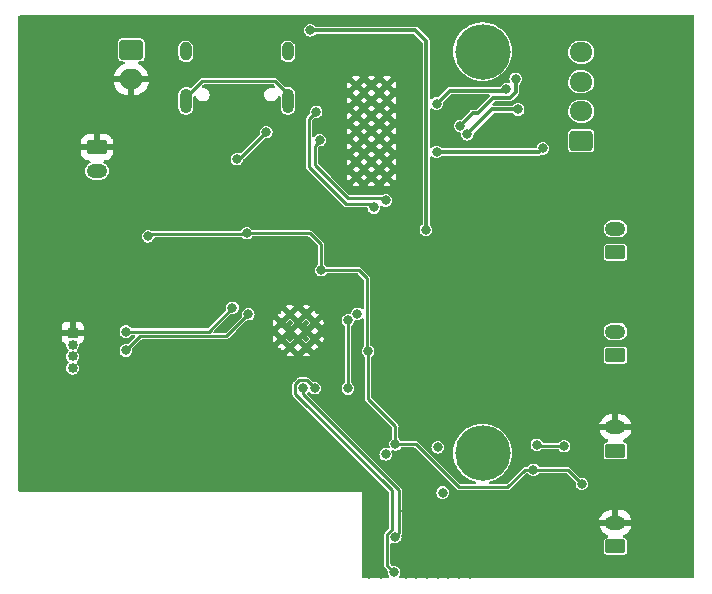
<source format=gbr>
%TF.GenerationSoftware,KiCad,Pcbnew,(6.0.7)*%
%TF.CreationDate,2023-08-26T21:57:55+08:00*%
%TF.ProjectId,ESP32_C3_motor_driver_V4,45535033-325f-4433-935f-6d6f746f725f,rev?*%
%TF.SameCoordinates,PX5ae29a0PY2d4cae0*%
%TF.FileFunction,Copper,L4,Bot*%
%TF.FilePolarity,Positive*%
%FSLAX46Y46*%
G04 Gerber Fmt 4.6, Leading zero omitted, Abs format (unit mm)*
G04 Created by KiCad (PCBNEW (6.0.7)) date 2023-08-26 21:57:55*
%MOMM*%
%LPD*%
G01*
G04 APERTURE LIST*
G04 Aperture macros list*
%AMRoundRect*
0 Rectangle with rounded corners*
0 $1 Rounding radius*
0 $2 $3 $4 $5 $6 $7 $8 $9 X,Y pos of 4 corners*
0 Add a 4 corners polygon primitive as box body*
4,1,4,$2,$3,$4,$5,$6,$7,$8,$9,$2,$3,0*
0 Add four circle primitives for the rounded corners*
1,1,$1+$1,$2,$3*
1,1,$1+$1,$4,$5*
1,1,$1+$1,$6,$7*
1,1,$1+$1,$8,$9*
0 Add four rect primitives between the rounded corners*
20,1,$1+$1,$2,$3,$4,$5,0*
20,1,$1+$1,$4,$5,$6,$7,0*
20,1,$1+$1,$6,$7,$8,$9,0*
20,1,$1+$1,$8,$9,$2,$3,0*%
G04 Aperture macros list end*
%TA.AperFunction,ComponentPad*%
%ADD10C,4.700000*%
%TD*%
%TA.AperFunction,ComponentPad*%
%ADD11C,0.500000*%
%TD*%
%TA.AperFunction,ComponentPad*%
%ADD12RoundRect,0.250000X0.725000X-0.600000X0.725000X0.600000X-0.725000X0.600000X-0.725000X-0.600000X0*%
%TD*%
%TA.AperFunction,ComponentPad*%
%ADD13O,1.950000X1.700000*%
%TD*%
%TA.AperFunction,ComponentPad*%
%ADD14RoundRect,0.250000X-0.625000X0.350000X-0.625000X-0.350000X0.625000X-0.350000X0.625000X0.350000X0*%
%TD*%
%TA.AperFunction,ComponentPad*%
%ADD15O,1.750000X1.200000*%
%TD*%
%TA.AperFunction,ComponentPad*%
%ADD16RoundRect,0.250000X0.625000X-0.350000X0.625000X0.350000X-0.625000X0.350000X-0.625000X-0.350000X0*%
%TD*%
%TA.AperFunction,ComponentPad*%
%ADD17RoundRect,0.250000X-0.750000X0.600000X-0.750000X-0.600000X0.750000X-0.600000X0.750000X0.600000X0*%
%TD*%
%TA.AperFunction,ComponentPad*%
%ADD18O,2.000000X1.700000*%
%TD*%
%TA.AperFunction,ComponentPad*%
%ADD19O,1.000000X1.600000*%
%TD*%
%TA.AperFunction,ComponentPad*%
%ADD20O,1.000000X2.100000*%
%TD*%
%TA.AperFunction,ComponentPad*%
%ADD21R,0.850000X0.850000*%
%TD*%
%TA.AperFunction,ComponentPad*%
%ADD22O,0.850000X0.850000*%
%TD*%
%TA.AperFunction,ViaPad*%
%ADD23C,0.800000*%
%TD*%
%TA.AperFunction,Conductor*%
%ADD24C,0.250000*%
%TD*%
%TA.AperFunction,Conductor*%
%ADD25C,0.350000*%
%TD*%
G04 APERTURE END LIST*
D10*
%TO.P,REF\u002A\u002A,2*%
%TO.N,N/C*%
X39700000Y-37500000D03*
%TD*%
%TO.P,REF\u002A\u002A,1*%
%TO.N,N/C*%
X39700000Y-3500000D03*
%TD*%
D11*
%TO.P,U6,38*%
%TO.N,GND*%
X23380000Y-27140000D03*
%TO.P,U6,39*%
X23380000Y-26440000D03*
%TO.P,U6,40*%
X23380000Y-25740000D03*
%TO.P,U6,35*%
X22680000Y-26440000D03*
%TO.P,U6,37*%
X23380000Y-27840000D03*
%TO.P,U6,34*%
X22680000Y-27840000D03*
%TO.P,U6,36*%
X23380000Y-28540000D03*
%TO.P,U6,43*%
X24780000Y-28540000D03*
%TO.P,U6,44*%
X24780000Y-27840000D03*
%TO.P,U6,45*%
X24780000Y-27140000D03*
%TO.P,U6,46*%
X24780000Y-26440000D03*
%TO.P,U6,47*%
X24780000Y-25740000D03*
%TO.P,U6,42*%
X24080000Y-26440000D03*
%TO.P,U6,41*%
X24080000Y-27840000D03*
%TO.P,U6,48*%
X25480000Y-27840000D03*
%TO.P,U6,49*%
X25480000Y-26440000D03*
%TD*%
D12*
%TO.P,J10,1,Pin_1*%
%TO.N,/M11*%
X48050000Y-11050000D03*
D13*
%TO.P,J10,2,Pin_2*%
%TO.N,/M12*%
X48050000Y-8550000D03*
%TO.P,J10,3,Pin_3*%
%TO.N,/M13*%
X48050000Y-6050000D03*
%TO.P,J10,4,Pin_4*%
%TO.N,/M14*%
X48050000Y-3550000D03*
%TD*%
D14*
%TO.P,J5,1,Pin_1*%
%TO.N,GND*%
X7050000Y-11600000D03*
D15*
%TO.P,J5,2,Pin_2*%
%TO.N,/12V*%
X7050000Y-13600000D03*
%TD*%
D16*
%TO.P,J4,1,Pin_1*%
%TO.N,/CAN_L*%
X50950000Y-20500000D03*
D15*
%TO.P,J4,2,Pin_2*%
%TO.N,/CAN_H*%
X50950000Y-18500000D03*
%TD*%
D11*
%TO.P,U4,30*%
%TO.N,GND*%
X30300000Y-10220000D03*
%TO.P,U4,31*%
X30300000Y-11520000D03*
%TO.P,U4,32*%
X30300000Y-12820000D03*
%TO.P,U4,33*%
X30300000Y-14120000D03*
%TO.P,U4,34*%
X30300000Y-8920000D03*
%TO.P,U4,35*%
X30300000Y-7620000D03*
%TO.P,U4,36*%
X30300000Y-6320000D03*
%TO.P,U4,37*%
X31600000Y-14120000D03*
%TO.P,U4,38*%
X29000000Y-14120000D03*
%TO.P,U4,39*%
X31600000Y-12820000D03*
%TO.P,U4,40*%
X29000000Y-12820000D03*
%TO.P,U4,41*%
X29000000Y-11520000D03*
%TO.P,U4,42*%
X31600000Y-11520000D03*
%TO.P,U4,43*%
X31600000Y-10220000D03*
%TO.P,U4,44*%
X29000000Y-10220000D03*
%TO.P,U4,45*%
X31600000Y-8920000D03*
%TO.P,U4,46*%
X29000000Y-8920000D03*
%TO.P,U4,47*%
X31600000Y-7620000D03*
%TO.P,U4,48*%
X29000000Y-7620000D03*
%TO.P,U4,49*%
X31600000Y-6320000D03*
%TO.P,U4,50*%
X29000000Y-6320000D03*
%TD*%
D16*
%TO.P,J6,1,Pin_1*%
%TO.N,/CAN_L*%
X50950000Y-29200000D03*
D15*
%TO.P,J6,2,Pin_2*%
%TO.N,/CAN_H*%
X50950000Y-27200000D03*
%TD*%
D17*
%TO.P,J1,1,Pin_1*%
%TO.N,/12V*%
X9950000Y-3350000D03*
D18*
%TO.P,J1,2,Pin_2*%
%TO.N,GND*%
X9950000Y-5850000D03*
%TD*%
D16*
%TO.P,J9,1,Pin_1*%
%TO.N,Net-(J9-Pad1)*%
X50950000Y-45400000D03*
D15*
%TO.P,J9,2,Pin_2*%
%TO.N,GND*%
X50950000Y-43400000D03*
%TD*%
D19*
%TO.P,J2,S1,SHIELD*%
%TO.N,unconnected-(J2-PadS1)*%
X14580000Y-3487500D03*
D20*
X23220000Y-7667500D03*
D19*
X23220000Y-3487500D03*
D20*
X14580000Y-7667500D03*
%TD*%
D21*
%TO.P,J3,1,Pin_1*%
%TO.N,GND*%
X4990000Y-27300000D03*
D22*
%TO.P,J3,2,Pin_2*%
%TO.N,/UART0_TX*%
X4990000Y-28300000D03*
%TO.P,J3,3,Pin_3*%
%TO.N,/UART0_RX*%
X4990000Y-29300000D03*
%TO.P,J3,4,Pin_4*%
%TO.N,/3V3*%
X4990000Y-30300000D03*
%TD*%
D16*
%TO.P,J8,1,Pin_1*%
%TO.N,Net-(J8-Pad1)*%
X50950000Y-37300000D03*
D15*
%TO.P,J8,2,Pin_2*%
%TO.N,GND*%
X50950000Y-35300000D03*
%TD*%
D23*
%TO.N,GND*%
X19000000Y-39800000D03*
X16900000Y-39800000D03*
X18000000Y-39800000D03*
X28300000Y-3800000D03*
X37700000Y-47700000D03*
X38600000Y-47700000D03*
X35900000Y-47700000D03*
X36800000Y-47700000D03*
X33200000Y-47700000D03*
X34100000Y-47700000D03*
X35000000Y-47700000D03*
X5500000Y-32700000D03*
X20400000Y-33600000D03*
X19500000Y-33600000D03*
X18600000Y-33600000D03*
X17700000Y-33600000D03*
X16800000Y-33600000D03*
X15900000Y-33600000D03*
X15000000Y-33600000D03*
X13200000Y-33600000D03*
X14100000Y-33600000D03*
X12300000Y-33600000D03*
X11400000Y-33600000D03*
X10500000Y-33600000D03*
X9600000Y-33600000D03*
X8700000Y-33600000D03*
X7800000Y-33600000D03*
X6800000Y-33600000D03*
X5900000Y-33600000D03*
X4600000Y-32100000D03*
X1900000Y-32100000D03*
X3700000Y-32100000D03*
X2800000Y-32100000D03*
X1000000Y-32100000D03*
X12190000Y-24970000D03*
X16487198Y-26287198D03*
X16270000Y-21790000D03*
X14290000Y-29480000D03*
X23960000Y-21920000D03*
X19100000Y-38200000D03*
X21567500Y-29702977D03*
X26000000Y-36300000D03*
X33250000Y-46700000D03*
X45800000Y-42700000D03*
X17700000Y-28600000D03*
X34775000Y-34625000D03*
X39450000Y-42800000D03*
X22700000Y-40200000D03*
X14500000Y-40200000D03*
X39250000Y-41800000D03*
X42000000Y-25900000D03*
X23600000Y-40200000D03*
X19194623Y-14992438D03*
X10000000Y-40200000D03*
X1000000Y-33000000D03*
X10900000Y-40200000D03*
X35400000Y-21000000D03*
X21332000Y-14858000D03*
X15700000Y-9700000D03*
X30000000Y-44100000D03*
X2800000Y-40200000D03*
X20900000Y-40200000D03*
X23300000Y-34900000D03*
X21200000Y-34200000D03*
X33900000Y-27400000D03*
X20400000Y-36300000D03*
X15100000Y-37400000D03*
X1000000Y-34800000D03*
X30000000Y-40400000D03*
X23300000Y-35800000D03*
X38200000Y-13342500D03*
X34000000Y-31300000D03*
X18500000Y-36400000D03*
X30000000Y-46800000D03*
X43900000Y-11000000D03*
X1000000Y-35700000D03*
X31100000Y-47700000D03*
X36602500Y-29900000D03*
X20900000Y-38100000D03*
X11800000Y-40200000D03*
X13030000Y-20760000D03*
X21000000Y-30500000D03*
X28990000Y-18980000D03*
X24500000Y-40200000D03*
X8200000Y-40200000D03*
X33200000Y-23400000D03*
X23400000Y-36700000D03*
X29000000Y-40200000D03*
X14800000Y-38300000D03*
X31500000Y-3300000D03*
X21800000Y-37700000D03*
X20000000Y-39800000D03*
X25400000Y-40200000D03*
X1900000Y-40200000D03*
X42000000Y-23500000D03*
X30000000Y-45900000D03*
X40575000Y-47300000D03*
X19400000Y-36400000D03*
X26192799Y-9816311D03*
X1000000Y-33900000D03*
X35800000Y-5000000D03*
X1000000Y-37500000D03*
X5500000Y-40200000D03*
X26900000Y-16500000D03*
X20700000Y-35300000D03*
X30000000Y-43200000D03*
X12600000Y-17400000D03*
X20000000Y-38200000D03*
X17600000Y-36400000D03*
X27400000Y-33800000D03*
X7300000Y-40200000D03*
X18200000Y-38200000D03*
X23300000Y-33100000D03*
X33700000Y-41300000D03*
X27100000Y-24600000D03*
X38757590Y-8007914D03*
X9100000Y-40200000D03*
X6400000Y-40200000D03*
X9500000Y-31800000D03*
X12700000Y-40200000D03*
X30100000Y-47700000D03*
X13600000Y-40200000D03*
X4600000Y-40200000D03*
X33400000Y-5300000D03*
X30000000Y-45000000D03*
X41802500Y-28800000D03*
X30000000Y-41400000D03*
X17300000Y-38200000D03*
X1000000Y-38400000D03*
X22100000Y-9700000D03*
X16500000Y-38800000D03*
X33254500Y-42400000D03*
X37602500Y-27300000D03*
X1000000Y-40200000D03*
X1000000Y-36600000D03*
X8900000Y-23700000D03*
X45800000Y-46600000D03*
X17200000Y-12337500D03*
X28100000Y-40200000D03*
X3700000Y-40200000D03*
X20400000Y-12355500D03*
X46400000Y-40100000D03*
X17700000Y-29600000D03*
X15800000Y-36700000D03*
X30000000Y-42300000D03*
X22500000Y-37000000D03*
X26000000Y-33100000D03*
X27040000Y-19070000D03*
X17500000Y-32500000D03*
X20400000Y-32100000D03*
X21100000Y-33000000D03*
X14800000Y-39300000D03*
X27200000Y-40200000D03*
X20300000Y-31100000D03*
X23300000Y-34000000D03*
X21800000Y-40200000D03*
X26300000Y-40200000D03*
X1000000Y-39300000D03*
X31800000Y-23400000D03*
X16700000Y-36400000D03*
%TO.N,/12V*%
X25100000Y-1700000D03*
X34900000Y-18600000D03*
%TO.N,/3V3*%
X11370000Y-19140000D03*
X48100000Y-40100000D03*
X32321181Y-36745500D03*
X30000000Y-28870500D03*
X44000000Y-38900000D03*
X26024500Y-22000000D03*
X19730000Y-18870000D03*
%TO.N,/INT_ACC*%
X35900000Y-37000000D03*
X31487198Y-37600000D03*
X36312802Y-40837198D03*
X29100000Y-25700000D03*
%TO.N,/5V_USB*%
X21375716Y-10314753D03*
X18900000Y-12600000D03*
%TO.N,Net-(J9-Pad1)*%
X28300000Y-26265500D03*
X28300000Y-32024500D03*
%TO.N,/M11*%
X35800000Y-12000000D03*
X44800000Y-11700000D03*
%TO.N,/M12*%
X38400000Y-10500000D03*
X42700000Y-8400000D03*
%TO.N,/M13*%
X41700000Y-6700000D03*
X35800000Y-7900000D03*
%TO.N,/M14*%
X42500000Y-5800000D03*
X37788580Y-9786677D03*
%TO.N,/SDA_ACC*%
X25500000Y-32000000D03*
X32200000Y-47600000D03*
%TO.N,/SCL_ACC*%
X32300000Y-44600000D03*
X24500000Y-32000000D03*
%TO.N,/DIR*%
X25600000Y-8600000D03*
X30500000Y-16700000D03*
%TO.N,/STP*%
X25900000Y-11000000D03*
X31500000Y-16100000D03*
%TO.N,Net-(J8-Pad1)*%
X46600000Y-36900000D03*
X44300000Y-36800000D03*
%TO.N,Net-(R19-Pad1)*%
X19866989Y-25733011D03*
X9500000Y-28800000D03*
%TO.N,Net-(R20-Pad1)*%
X9500000Y-27200000D03*
X18519873Y-25180127D03*
%TD*%
D24*
%TO.N,/3V3*%
X19660000Y-18940000D02*
X19730000Y-18870000D01*
X11370000Y-19140000D02*
X11570000Y-18940000D01*
X11570000Y-18940000D02*
X19660000Y-18940000D01*
X19750000Y-18890000D02*
X25090000Y-18890000D01*
X25090000Y-18890000D02*
X26024500Y-19824500D01*
X19730000Y-18870000D02*
X19750000Y-18890000D01*
X26024500Y-19824500D02*
X26024500Y-22000000D01*
D25*
%TO.N,/12V*%
X34925000Y-2625000D02*
X34000000Y-1700000D01*
X34925000Y-18575000D02*
X34925000Y-2625000D01*
X34000000Y-1700000D02*
X25100000Y-1700000D01*
X34900000Y-18600000D02*
X34925000Y-18575000D01*
D24*
%TO.N,/3V3*%
X37700000Y-40400000D02*
X41800000Y-40400000D01*
X46900000Y-38900000D02*
X48100000Y-40100000D01*
X41800000Y-40400000D02*
X43300000Y-38900000D01*
X32321181Y-36745500D02*
X32321181Y-35221181D01*
X32321181Y-36745500D02*
X34045500Y-36745500D01*
X29900000Y-28770500D02*
X30000000Y-28870500D01*
X32321181Y-35221181D02*
X30000000Y-32900000D01*
X34045500Y-36745500D02*
X37700000Y-40400000D01*
X29900000Y-22700000D02*
X29900000Y-28770500D01*
X30000000Y-32900000D02*
X30000000Y-28870500D01*
X44000000Y-38900000D02*
X46900000Y-38900000D01*
X43300000Y-38900000D02*
X44000000Y-38900000D01*
X29200000Y-22000000D02*
X29900000Y-22700000D01*
X26024500Y-22000000D02*
X29200000Y-22000000D01*
%TO.N,/5V_USB*%
X19100000Y-12600000D02*
X21375716Y-10324284D01*
X21375716Y-10324284D02*
X21375716Y-10314753D01*
X18900000Y-12600000D02*
X19100000Y-12600000D01*
%TO.N,unconnected-(J2-PadS1)*%
X14580000Y-7667500D02*
X14580000Y-7367500D01*
X23220000Y-7120000D02*
X23220000Y-7667500D01*
X14580000Y-7367500D02*
X15947500Y-6000000D01*
X22100000Y-6000000D02*
X23220000Y-7120000D01*
X15947500Y-6000000D02*
X22100000Y-6000000D01*
%TO.N,Net-(J9-Pad1)*%
X28300000Y-26265500D02*
X28300000Y-32024500D01*
D25*
%TO.N,/M11*%
X44800000Y-11700000D02*
X44500000Y-12000000D01*
X44500000Y-12000000D02*
X35800000Y-12000000D01*
%TO.N,/M12*%
X38400000Y-10500000D02*
X40500000Y-8400000D01*
X40500000Y-8400000D02*
X42700000Y-8400000D01*
%TO.N,/M13*%
X35800000Y-7900000D02*
X36900000Y-6800000D01*
X36900000Y-6800000D02*
X41600000Y-6800000D01*
X41600000Y-6800000D02*
X41700000Y-6700000D01*
%TO.N,/M14*%
X38860257Y-8715000D02*
X39296163Y-8715000D01*
X40596163Y-7415000D02*
X41996163Y-7415000D01*
X37788580Y-9786677D02*
X38860257Y-8715000D01*
X41996163Y-7415000D02*
X42500000Y-6911163D01*
X42500000Y-6911163D02*
X42500000Y-5800000D01*
X39296163Y-8715000D02*
X40596163Y-7415000D01*
D24*
%TO.N,/SDA_ACC*%
X31645000Y-47045000D02*
X32200000Y-47600000D01*
X32000000Y-40650000D02*
X32000000Y-43973690D01*
X31645000Y-44328690D02*
X31645000Y-47045000D01*
X23845000Y-32495000D02*
X32000000Y-40650000D01*
X24155000Y-31345000D02*
X23845000Y-31655000D01*
X23845000Y-31655000D02*
X23845000Y-32495000D01*
X24845000Y-31345000D02*
X24155000Y-31345000D01*
X25500000Y-32000000D02*
X24845000Y-31345000D01*
X32000000Y-43973690D02*
X31645000Y-44328690D01*
%TO.N,/SCL_ACC*%
X32600000Y-44300000D02*
X32600000Y-40626310D01*
X32300000Y-44600000D02*
X32600000Y-44300000D01*
X32600000Y-40626310D02*
X24500000Y-32526310D01*
X24500000Y-32526310D02*
X24500000Y-32000000D01*
%TO.N,/DIR*%
X28163604Y-16400000D02*
X30200000Y-16400000D01*
X30200000Y-16400000D02*
X30500000Y-16700000D01*
X25600000Y-8600000D02*
X25000000Y-9200000D01*
X25000000Y-9200000D02*
X25000000Y-13236396D01*
X25000000Y-13236396D02*
X28163604Y-16400000D01*
%TO.N,/STP*%
X31300000Y-15900000D02*
X31500000Y-16100000D01*
X28300000Y-15900000D02*
X31300000Y-15900000D01*
X25500000Y-13100000D02*
X28300000Y-15900000D01*
X25900000Y-11100000D02*
X25500000Y-11500000D01*
X25900000Y-11000000D02*
X25900000Y-11100000D01*
X25500000Y-11500000D02*
X25500000Y-13100000D01*
%TO.N,Net-(J8-Pad1)*%
X44300000Y-36800000D02*
X44400000Y-36900000D01*
X44400000Y-36900000D02*
X46600000Y-36900000D01*
%TO.N,Net-(R19-Pad1)*%
X10700000Y-27600000D02*
X9500000Y-28800000D01*
X19866989Y-25733011D02*
X18000000Y-27600000D01*
X18000000Y-27600000D02*
X10700000Y-27600000D01*
%TO.N,Net-(R20-Pad1)*%
X16500000Y-27200000D02*
X9500000Y-27200000D01*
X18519873Y-25180127D02*
X16500000Y-27200000D01*
%TD*%
%TA.AperFunction,Conductor*%
%TO.N,GND*%
G36*
X57478273Y-402051D02*
G01*
X57491167Y-404093D01*
X57555320Y-434504D01*
X57592848Y-494772D01*
X57595907Y-508833D01*
X57597949Y-521727D01*
X57599500Y-541436D01*
X57599500Y-47958564D01*
X57597949Y-47978273D01*
X57595907Y-47991167D01*
X57565496Y-48055320D01*
X57505228Y-48092848D01*
X57491167Y-48095907D01*
X57478273Y-48097949D01*
X57458564Y-48099500D01*
X32740903Y-48099500D01*
X32672782Y-48079498D01*
X32626289Y-48025842D01*
X32616185Y-47955568D01*
X32640940Y-47896798D01*
X32663391Y-47867539D01*
X32716846Y-47738488D01*
X32735078Y-47600000D01*
X32716846Y-47461512D01*
X32663391Y-47332461D01*
X32578357Y-47221643D01*
X32467539Y-47136609D01*
X32338488Y-47083154D01*
X32200000Y-47064922D01*
X32108070Y-47077025D01*
X32037923Y-47066086D01*
X32002530Y-47041198D01*
X31937405Y-46976073D01*
X31903379Y-46913761D01*
X31900500Y-46886978D01*
X31900500Y-45197304D01*
X31920502Y-45129183D01*
X31974158Y-45082690D01*
X32044432Y-45072586D01*
X32074718Y-45080895D01*
X32153882Y-45113686D01*
X32153885Y-45113687D01*
X32161512Y-45116846D01*
X32300000Y-45135078D01*
X32308188Y-45134000D01*
X32430300Y-45117924D01*
X32438488Y-45116846D01*
X32567539Y-45063391D01*
X32678357Y-44978357D01*
X32763391Y-44867539D01*
X32816846Y-44738488D01*
X32835078Y-44600000D01*
X32820159Y-44486677D01*
X32830249Y-44421974D01*
X32829034Y-44421471D01*
X32833782Y-44410009D01*
X32840676Y-44399691D01*
X32860507Y-44300000D01*
X32857921Y-44287000D01*
X32855500Y-44262417D01*
X32855500Y-43667399D01*
X49599712Y-43667399D01*
X49621194Y-43756537D01*
X49625083Y-43767832D01*
X49707629Y-43949382D01*
X49713576Y-43959724D01*
X49828968Y-44122397D01*
X49836761Y-44131425D01*
X49980831Y-44269342D01*
X49990196Y-44276738D01*
X50157741Y-44384921D01*
X50168345Y-44390417D01*
X50276563Y-44434030D01*
X50332269Y-44478045D01*
X50355336Y-44545190D01*
X50338439Y-44614147D01*
X50286944Y-44663022D01*
X50247816Y-44675553D01*
X50242163Y-44676385D01*
X50214148Y-44680509D01*
X50205356Y-44684826D01*
X50205355Y-44684826D01*
X50109788Y-44731747D01*
X50109786Y-44731748D01*
X50100440Y-44736337D01*
X50010946Y-44825987D01*
X49955317Y-44939793D01*
X49944500Y-45013938D01*
X49944500Y-45786062D01*
X49955509Y-45860852D01*
X50011337Y-45974560D01*
X50100987Y-46064054D01*
X50110343Y-46068627D01*
X50110344Y-46068628D01*
X50151111Y-46088555D01*
X50214793Y-46119683D01*
X50265870Y-46127135D01*
X50284413Y-46129840D01*
X50284415Y-46129840D01*
X50288938Y-46130500D01*
X51611062Y-46130500D01*
X51685852Y-46119491D01*
X51789448Y-46068628D01*
X51790212Y-46068253D01*
X51790214Y-46068252D01*
X51799560Y-46063663D01*
X51889054Y-45974013D01*
X51944683Y-45860207D01*
X51955500Y-45786062D01*
X51955500Y-45013938D01*
X51944491Y-44939148D01*
X51909333Y-44867539D01*
X51893253Y-44834788D01*
X51893252Y-44834786D01*
X51888663Y-44825440D01*
X51799013Y-44735946D01*
X51789657Y-44731373D01*
X51789656Y-44731372D01*
X51748889Y-44711445D01*
X51685207Y-44680317D01*
X51664467Y-44677291D01*
X51661169Y-44676810D01*
X51596649Y-44647183D01*
X51558390Y-44587378D01*
X51558537Y-44516381D01*
X51597044Y-44456735D01*
X51632564Y-44435142D01*
X51643678Y-44430697D01*
X51820978Y-44339381D01*
X51831024Y-44332931D01*
X51987857Y-44209738D01*
X51996506Y-44201501D01*
X52127212Y-44050877D01*
X52134147Y-44041153D01*
X52234010Y-43868533D01*
X52238984Y-43857669D01*
X52304407Y-43669273D01*
X52304648Y-43668284D01*
X52303180Y-43657992D01*
X52289615Y-43654000D01*
X49614598Y-43654000D01*
X49601067Y-43657973D01*
X49599712Y-43667399D01*
X32855500Y-43667399D01*
X32855500Y-43131716D01*
X49595352Y-43131716D01*
X49596820Y-43142008D01*
X49610385Y-43146000D01*
X50677885Y-43146000D01*
X50693124Y-43141525D01*
X50694329Y-43140135D01*
X50696000Y-43132452D01*
X50696000Y-43127885D01*
X51204000Y-43127885D01*
X51208475Y-43143124D01*
X51209865Y-43144329D01*
X51217548Y-43146000D01*
X52285402Y-43146000D01*
X52298933Y-43142027D01*
X52300288Y-43132601D01*
X52278806Y-43043463D01*
X52274917Y-43032168D01*
X52192371Y-42850618D01*
X52186424Y-42840276D01*
X52071032Y-42677603D01*
X52063239Y-42668575D01*
X51919169Y-42530658D01*
X51909804Y-42523262D01*
X51742259Y-42415079D01*
X51731655Y-42409583D01*
X51546688Y-42335039D01*
X51535230Y-42331645D01*
X51338072Y-42293143D01*
X51329209Y-42292066D01*
X51326500Y-42292000D01*
X51222115Y-42292000D01*
X51206876Y-42296475D01*
X51205671Y-42297865D01*
X51204000Y-42305548D01*
X51204000Y-43127885D01*
X50696000Y-43127885D01*
X50696000Y-42310115D01*
X50691525Y-42294876D01*
X50690135Y-42293671D01*
X50682452Y-42292000D01*
X50625168Y-42292000D01*
X50619192Y-42292285D01*
X50470506Y-42306471D01*
X50458772Y-42308730D01*
X50267401Y-42364872D01*
X50256325Y-42369302D01*
X50079022Y-42460619D01*
X50068976Y-42467069D01*
X49912143Y-42590262D01*
X49903494Y-42598499D01*
X49772788Y-42749123D01*
X49765853Y-42758847D01*
X49665990Y-42931467D01*
X49661016Y-42942331D01*
X49595593Y-43130727D01*
X49595352Y-43131716D01*
X32855500Y-43131716D01*
X32855500Y-40837198D01*
X35777724Y-40837198D01*
X35795956Y-40975686D01*
X35849411Y-41104737D01*
X35934445Y-41215555D01*
X36045263Y-41300589D01*
X36174314Y-41354044D01*
X36312802Y-41372276D01*
X36320990Y-41371198D01*
X36443102Y-41355122D01*
X36451290Y-41354044D01*
X36580341Y-41300589D01*
X36691159Y-41215555D01*
X36776193Y-41104737D01*
X36829648Y-40975686D01*
X36847880Y-40837198D01*
X36829648Y-40698710D01*
X36776193Y-40569659D01*
X36691159Y-40458841D01*
X36580341Y-40373807D01*
X36451290Y-40320352D01*
X36312802Y-40302120D01*
X36174314Y-40320352D01*
X36045263Y-40373807D01*
X35934445Y-40458841D01*
X35849411Y-40569659D01*
X35795956Y-40698710D01*
X35777724Y-40837198D01*
X32855500Y-40837198D01*
X32855500Y-40663892D01*
X32857921Y-40639309D01*
X32858086Y-40638480D01*
X32860507Y-40626310D01*
X32840676Y-40526619D01*
X32798462Y-40463440D01*
X32784206Y-40442104D01*
X32773891Y-40435212D01*
X32773889Y-40435210D01*
X32773184Y-40434739D01*
X32754091Y-40419069D01*
X24884201Y-32549179D01*
X24850175Y-32486867D01*
X24855240Y-32416052D01*
X24879100Y-32378927D01*
X24878357Y-32378357D01*
X24900038Y-32350102D01*
X24957376Y-32308235D01*
X25028247Y-32304013D01*
X25090150Y-32338777D01*
X25099962Y-32350102D01*
X25121643Y-32378357D01*
X25232461Y-32463391D01*
X25361512Y-32516846D01*
X25500000Y-32535078D01*
X25508188Y-32534000D01*
X25549047Y-32528621D01*
X25638488Y-32516846D01*
X25767539Y-32463391D01*
X25878357Y-32378357D01*
X25963391Y-32267539D01*
X26016846Y-32138488D01*
X26035078Y-32000000D01*
X26016846Y-31861512D01*
X25963391Y-31732461D01*
X25878357Y-31621643D01*
X25767539Y-31536609D01*
X25638488Y-31483154D01*
X25622955Y-31481109D01*
X25544603Y-31470794D01*
X25500000Y-31464922D01*
X25408070Y-31477025D01*
X25337923Y-31466086D01*
X25302530Y-31441198D01*
X25052241Y-31190909D01*
X25036571Y-31171816D01*
X25036100Y-31171111D01*
X25036098Y-31171109D01*
X25029206Y-31160794D01*
X24944691Y-31104324D01*
X24845000Y-31084493D01*
X24832830Y-31086914D01*
X24832829Y-31086914D01*
X24832000Y-31087079D01*
X24807417Y-31089500D01*
X24192577Y-31089500D01*
X24167996Y-31087079D01*
X24167171Y-31086915D01*
X24155000Y-31084494D01*
X24055308Y-31104324D01*
X24044990Y-31111218D01*
X24044988Y-31111219D01*
X24029653Y-31121466D01*
X23970794Y-31160794D01*
X23963902Y-31171109D01*
X23963897Y-31171114D01*
X23963426Y-31171819D01*
X23947759Y-31190908D01*
X23690906Y-31447761D01*
X23671813Y-31463431D01*
X23671111Y-31463900D01*
X23671109Y-31463902D01*
X23660794Y-31470794D01*
X23646538Y-31492130D01*
X23604324Y-31555309D01*
X23584493Y-31655000D01*
X23586914Y-31667170D01*
X23586914Y-31667171D01*
X23587079Y-31668000D01*
X23589500Y-31692583D01*
X23589500Y-32457417D01*
X23587079Y-32482000D01*
X23584493Y-32495000D01*
X23586914Y-32507170D01*
X23586914Y-32507175D01*
X23595727Y-32551475D01*
X23595728Y-32551477D01*
X23604324Y-32594691D01*
X23660794Y-32679206D01*
X23671109Y-32686098D01*
X23671111Y-32686100D01*
X23671816Y-32686571D01*
X23690909Y-32702241D01*
X31707595Y-40718927D01*
X31741621Y-40781239D01*
X31744500Y-40808022D01*
X31744500Y-43815668D01*
X31724498Y-43883789D01*
X31707595Y-43904763D01*
X31490909Y-44121449D01*
X31471816Y-44137119D01*
X31471111Y-44137590D01*
X31471109Y-44137592D01*
X31460794Y-44144484D01*
X31446538Y-44165820D01*
X31404324Y-44228999D01*
X31384493Y-44328690D01*
X31386914Y-44340860D01*
X31386914Y-44340861D01*
X31387079Y-44341690D01*
X31389500Y-44366273D01*
X31389500Y-47007417D01*
X31387079Y-47032000D01*
X31384493Y-47045000D01*
X31402716Y-47136609D01*
X31404324Y-47144691D01*
X31460794Y-47229206D01*
X31471109Y-47236098D01*
X31471111Y-47236100D01*
X31471816Y-47236571D01*
X31490909Y-47252241D01*
X31641198Y-47402530D01*
X31675224Y-47464842D01*
X31677025Y-47508068D01*
X31664922Y-47600000D01*
X31683154Y-47738488D01*
X31736609Y-47867539D01*
X31759060Y-47896798D01*
X31784660Y-47963016D01*
X31770396Y-48032564D01*
X31720795Y-48083361D01*
X31659097Y-48099500D01*
X29626000Y-48099500D01*
X29557879Y-48079498D01*
X29511386Y-48025842D01*
X29500000Y-47973500D01*
X29500000Y-40800000D01*
X526500Y-40800000D01*
X458379Y-40779998D01*
X411886Y-40726342D01*
X400500Y-40674000D01*
X400500Y-27769669D01*
X4057001Y-27769669D01*
X4057371Y-27776490D01*
X4062895Y-27827352D01*
X4066521Y-27842604D01*
X4111676Y-27963054D01*
X4120214Y-27978649D01*
X4196715Y-28080724D01*
X4209276Y-28093285D01*
X4311351Y-28169786D01*
X4326950Y-28178326D01*
X4349013Y-28186597D01*
X4405778Y-28229238D01*
X4430317Y-28295364D01*
X4429707Y-28300000D01*
X4448799Y-28445014D01*
X4504772Y-28580146D01*
X4593813Y-28696187D01*
X4600366Y-28701215D01*
X4606203Y-28707052D01*
X4604904Y-28708351D01*
X4640701Y-28757384D01*
X4644918Y-28828255D01*
X4610150Y-28890155D01*
X4601497Y-28897652D01*
X4600359Y-28898790D01*
X4593813Y-28903813D01*
X4504772Y-29019854D01*
X4448799Y-29154986D01*
X4429707Y-29300000D01*
X4448799Y-29445014D01*
X4504772Y-29580146D01*
X4593813Y-29696187D01*
X4600366Y-29701215D01*
X4606203Y-29707052D01*
X4604904Y-29708351D01*
X4640701Y-29757384D01*
X4644918Y-29828255D01*
X4610150Y-29890155D01*
X4601497Y-29897652D01*
X4600359Y-29898790D01*
X4593813Y-29903813D01*
X4504772Y-30019854D01*
X4448799Y-30154986D01*
X4429707Y-30300000D01*
X4448799Y-30445014D01*
X4504772Y-30580146D01*
X4593813Y-30696187D01*
X4600363Y-30701213D01*
X4600366Y-30701216D01*
X4651833Y-30740708D01*
X4709853Y-30785228D01*
X4717483Y-30788388D01*
X4717484Y-30788389D01*
X4837358Y-30838042D01*
X4837362Y-30838043D01*
X4844986Y-30841201D01*
X4853166Y-30842278D01*
X4853170Y-30842279D01*
X4981812Y-30859215D01*
X4990000Y-30860293D01*
X4998188Y-30859215D01*
X5126830Y-30842279D01*
X5126834Y-30842278D01*
X5135014Y-30841201D01*
X5142638Y-30838043D01*
X5142642Y-30838042D01*
X5262516Y-30788389D01*
X5262517Y-30788388D01*
X5270147Y-30785228D01*
X5328167Y-30740707D01*
X5379634Y-30701216D01*
X5379637Y-30701213D01*
X5386187Y-30696187D01*
X5475228Y-30580146D01*
X5531201Y-30445014D01*
X5550293Y-30300000D01*
X5531201Y-30154986D01*
X5475228Y-30019854D01*
X5399447Y-29921094D01*
X5391214Y-29910364D01*
X5391213Y-29910363D01*
X5386187Y-29903813D01*
X5379634Y-29898785D01*
X5373797Y-29892948D01*
X5375097Y-29891648D01*
X5339302Y-29842628D01*
X5335078Y-29771757D01*
X5369841Y-29709853D01*
X5378497Y-29702352D01*
X5379633Y-29701216D01*
X5386187Y-29696187D01*
X5475228Y-29580146D01*
X5531201Y-29445014D01*
X5550293Y-29300000D01*
X5531201Y-29154986D01*
X5475228Y-29019854D01*
X5386187Y-28903813D01*
X5379634Y-28898785D01*
X5373797Y-28892948D01*
X5375097Y-28891648D01*
X5339302Y-28842628D01*
X5336761Y-28800000D01*
X8964922Y-28800000D01*
X8966000Y-28808188D01*
X8978500Y-28903133D01*
X8983154Y-28938488D01*
X9036609Y-29067539D01*
X9121643Y-29178357D01*
X9232461Y-29263391D01*
X9361512Y-29316846D01*
X9500000Y-29335078D01*
X9508188Y-29334000D01*
X9630300Y-29317924D01*
X9638488Y-29316846D01*
X9767539Y-29263391D01*
X9817657Y-29224934D01*
X23054239Y-29224934D01*
X23057022Y-29228652D01*
X23188857Y-29277681D01*
X23202448Y-29281070D01*
X23357044Y-29301697D01*
X23371040Y-29301991D01*
X23526360Y-29287855D01*
X23540085Y-29285038D01*
X23688415Y-29236843D01*
X23697055Y-29232924D01*
X23704463Y-29224934D01*
X24454239Y-29224934D01*
X24457022Y-29228652D01*
X24588857Y-29277681D01*
X24602448Y-29281070D01*
X24757044Y-29301697D01*
X24771040Y-29301991D01*
X24926360Y-29287855D01*
X24940085Y-29285038D01*
X25088415Y-29236843D01*
X25097055Y-29232924D01*
X25105430Y-29223891D01*
X25101925Y-29215478D01*
X24792812Y-28906365D01*
X24778868Y-28898751D01*
X24777035Y-28898882D01*
X24770420Y-28903133D01*
X24460999Y-29212554D01*
X24454239Y-29224934D01*
X23704463Y-29224934D01*
X23705430Y-29223891D01*
X23701925Y-29215478D01*
X23392812Y-28906365D01*
X23378868Y-28898751D01*
X23377035Y-28898882D01*
X23370420Y-28903133D01*
X23060999Y-29212554D01*
X23054239Y-29224934D01*
X9817657Y-29224934D01*
X9878357Y-29178357D01*
X9963391Y-29067539D01*
X10016846Y-28938488D01*
X10021501Y-28903133D01*
X10034000Y-28808188D01*
X10035078Y-28800000D01*
X10034000Y-28791810D01*
X10022976Y-28708070D01*
X10033916Y-28637922D01*
X10058802Y-28602530D01*
X10136398Y-28524934D01*
X22354239Y-28524934D01*
X22357022Y-28528652D01*
X22488857Y-28577681D01*
X22502448Y-28581070D01*
X22524948Y-28584072D01*
X22589825Y-28612907D01*
X22628814Y-28672240D01*
X22631314Y-28684776D01*
X22631720Y-28684690D01*
X22636097Y-28705280D01*
X22685327Y-28853270D01*
X22687729Y-28858468D01*
X22695717Y-28865772D01*
X22704338Y-28862109D01*
X23013635Y-28552812D01*
X23020013Y-28541132D01*
X23738751Y-28541132D01*
X23738882Y-28542965D01*
X23743133Y-28549580D01*
X24052178Y-28858625D01*
X24066123Y-28866240D01*
X24069686Y-28865985D01*
X24092573Y-28867108D01*
X24104338Y-28862109D01*
X24413635Y-28552812D01*
X24420013Y-28541132D01*
X25138751Y-28541132D01*
X25138882Y-28542965D01*
X25143133Y-28549580D01*
X25452178Y-28858625D01*
X25464558Y-28865385D01*
X25468374Y-28862528D01*
X25516330Y-28736284D01*
X25519811Y-28722726D01*
X25523794Y-28694388D01*
X25553082Y-28629714D01*
X25612687Y-28591141D01*
X25623232Y-28588498D01*
X25640078Y-28585040D01*
X25788415Y-28536843D01*
X25797055Y-28532924D01*
X25805430Y-28523891D01*
X25801925Y-28515478D01*
X25492812Y-28206365D01*
X25478868Y-28198751D01*
X25477035Y-28198882D01*
X25470420Y-28203133D01*
X25146365Y-28527188D01*
X25138751Y-28541132D01*
X24420013Y-28541132D01*
X24421249Y-28538868D01*
X24421118Y-28537035D01*
X24416867Y-28530420D01*
X24092812Y-28206365D01*
X24078868Y-28198751D01*
X24077035Y-28198882D01*
X24070420Y-28203133D01*
X23746365Y-28527188D01*
X23738751Y-28541132D01*
X23020013Y-28541132D01*
X23021249Y-28538868D01*
X23021118Y-28537035D01*
X23016867Y-28530420D01*
X22692812Y-28206365D01*
X22678868Y-28198751D01*
X22677035Y-28198882D01*
X22670420Y-28203133D01*
X22360999Y-28512554D01*
X22354239Y-28524934D01*
X10136398Y-28524934D01*
X10768926Y-27892405D01*
X10831239Y-27858380D01*
X10858022Y-27855500D01*
X17962417Y-27855500D01*
X17987000Y-27857921D01*
X17987829Y-27858086D01*
X17987830Y-27858086D01*
X18000000Y-27860507D01*
X18099691Y-27840676D01*
X18106147Y-27836362D01*
X21917966Y-27836362D01*
X21933186Y-27991585D01*
X21936097Y-28005280D01*
X21985327Y-28153270D01*
X21987729Y-28158468D01*
X21995717Y-28165772D01*
X22004338Y-28162109D01*
X22313635Y-27852812D01*
X22320013Y-27841132D01*
X23038751Y-27841132D01*
X23038882Y-27842965D01*
X23043133Y-27849580D01*
X23367188Y-28173635D01*
X23381132Y-28181249D01*
X23382965Y-28181118D01*
X23389580Y-28176867D01*
X23713635Y-27852812D01*
X23720013Y-27841132D01*
X24438751Y-27841132D01*
X24438882Y-27842965D01*
X24443133Y-27849580D01*
X24767188Y-28173635D01*
X24781132Y-28181249D01*
X24782965Y-28181118D01*
X24789580Y-28176867D01*
X25113635Y-27852812D01*
X25120013Y-27841132D01*
X25838751Y-27841132D01*
X25838882Y-27842965D01*
X25843133Y-27849580D01*
X26152178Y-28158625D01*
X26164558Y-28165385D01*
X26168374Y-28162528D01*
X26216331Y-28036283D01*
X26219811Y-28022727D01*
X26241948Y-27865221D01*
X26242554Y-27857338D01*
X26242741Y-27843962D01*
X26242354Y-27836062D01*
X26224625Y-27678003D01*
X26221523Y-27664350D01*
X26170700Y-27518407D01*
X26165141Y-27513467D01*
X26156088Y-27517465D01*
X25846365Y-27827188D01*
X25838751Y-27841132D01*
X25120013Y-27841132D01*
X25121249Y-27838868D01*
X25121118Y-27837035D01*
X25116867Y-27830420D01*
X24792812Y-27506365D01*
X24778868Y-27498751D01*
X24777035Y-27498882D01*
X24770420Y-27503133D01*
X24446365Y-27827188D01*
X24438751Y-27841132D01*
X23720013Y-27841132D01*
X23721249Y-27838868D01*
X23721118Y-27837035D01*
X23716867Y-27830420D01*
X23392812Y-27506365D01*
X23378868Y-27498751D01*
X23377035Y-27498882D01*
X23370420Y-27503133D01*
X23046365Y-27827188D01*
X23038751Y-27841132D01*
X22320013Y-27841132D01*
X22321249Y-27838868D01*
X22321118Y-27837035D01*
X22316867Y-27830420D01*
X22007039Y-27520592D01*
X21994659Y-27513832D01*
X21991037Y-27516543D01*
X21941001Y-27654016D01*
X21937709Y-27667625D01*
X21918162Y-27822356D01*
X21917966Y-27836362D01*
X18106147Y-27836362D01*
X18162870Y-27798462D01*
X18184206Y-27784206D01*
X18191098Y-27773891D01*
X18191100Y-27773889D01*
X18191571Y-27773184D01*
X18207241Y-27754091D01*
X18808993Y-27152339D01*
X22352577Y-27152339D01*
X22357684Y-27164131D01*
X22667188Y-27473635D01*
X22681132Y-27481249D01*
X22682965Y-27481118D01*
X22689580Y-27476867D01*
X23013635Y-27152812D01*
X23020013Y-27141132D01*
X23738751Y-27141132D01*
X23738882Y-27142965D01*
X23743133Y-27149580D01*
X24067188Y-27473635D01*
X24081132Y-27481249D01*
X24082965Y-27481118D01*
X24089580Y-27476867D01*
X24413635Y-27152812D01*
X24420013Y-27141132D01*
X25138751Y-27141132D01*
X25138882Y-27142965D01*
X25143133Y-27149580D01*
X25467188Y-27473635D01*
X25481132Y-27481249D01*
X25482965Y-27481118D01*
X25489580Y-27476867D01*
X25799847Y-27166600D01*
X25807461Y-27152656D01*
X25806811Y-27143567D01*
X25807575Y-27129039D01*
X25801925Y-27115478D01*
X25492812Y-26806365D01*
X25478868Y-26798751D01*
X25477035Y-26798882D01*
X25470420Y-26803133D01*
X25146365Y-27127188D01*
X25138751Y-27141132D01*
X24420013Y-27141132D01*
X24421249Y-27138868D01*
X24421118Y-27137035D01*
X24416867Y-27130420D01*
X24092812Y-26806365D01*
X24078868Y-26798751D01*
X24077035Y-26798882D01*
X24070420Y-26803133D01*
X23746365Y-27127188D01*
X23738751Y-27141132D01*
X23020013Y-27141132D01*
X23021249Y-27138868D01*
X23021118Y-27137035D01*
X23016867Y-27130420D01*
X22692812Y-26806365D01*
X22678868Y-26798751D01*
X22677035Y-26798882D01*
X22670420Y-26803133D01*
X22360999Y-27112554D01*
X22353385Y-27126498D01*
X22353611Y-27129663D01*
X22352577Y-27152339D01*
X18808993Y-27152339D01*
X19524969Y-26436362D01*
X21917966Y-26436362D01*
X21933186Y-26591585D01*
X21936097Y-26605280D01*
X21985327Y-26753270D01*
X21987729Y-26758468D01*
X21995717Y-26765772D01*
X22004338Y-26762109D01*
X22313635Y-26452812D01*
X22320013Y-26441132D01*
X23038751Y-26441132D01*
X23038882Y-26442965D01*
X23043133Y-26449580D01*
X23367188Y-26773635D01*
X23381132Y-26781249D01*
X23382965Y-26781118D01*
X23389580Y-26776867D01*
X23713635Y-26452812D01*
X23720013Y-26441132D01*
X24438751Y-26441132D01*
X24438882Y-26442965D01*
X24443133Y-26449580D01*
X24767188Y-26773635D01*
X24781132Y-26781249D01*
X24782965Y-26781118D01*
X24789580Y-26776867D01*
X25113635Y-26452812D01*
X25120013Y-26441132D01*
X25838751Y-26441132D01*
X25838882Y-26442965D01*
X25843133Y-26449580D01*
X26152178Y-26758625D01*
X26164558Y-26765385D01*
X26168374Y-26762528D01*
X26216331Y-26636283D01*
X26219811Y-26622727D01*
X26241948Y-26465221D01*
X26242554Y-26457338D01*
X26242741Y-26443962D01*
X26242354Y-26436062D01*
X26224625Y-26278003D01*
X26221523Y-26264350D01*
X26170700Y-26118407D01*
X26165141Y-26113467D01*
X26156088Y-26117465D01*
X25846365Y-26427188D01*
X25838751Y-26441132D01*
X25120013Y-26441132D01*
X25121249Y-26438868D01*
X25121118Y-26437035D01*
X25116867Y-26430420D01*
X24792812Y-26106365D01*
X24778868Y-26098751D01*
X24777035Y-26098882D01*
X24770420Y-26103133D01*
X24446365Y-26427188D01*
X24438751Y-26441132D01*
X23720013Y-26441132D01*
X23721249Y-26438868D01*
X23721118Y-26437035D01*
X23716867Y-26430420D01*
X23392812Y-26106365D01*
X23378868Y-26098751D01*
X23377035Y-26098882D01*
X23370420Y-26103133D01*
X23046365Y-26427188D01*
X23038751Y-26441132D01*
X22320013Y-26441132D01*
X22321249Y-26438868D01*
X22321118Y-26437035D01*
X22316867Y-26430420D01*
X22007039Y-26120592D01*
X21994659Y-26113832D01*
X21991037Y-26116543D01*
X21941001Y-26254016D01*
X21937709Y-26267625D01*
X21918162Y-26422356D01*
X21917966Y-26436362D01*
X19524969Y-26436362D01*
X19669518Y-26291813D01*
X19731830Y-26257788D01*
X19775057Y-26255986D01*
X19866989Y-26268089D01*
X19875177Y-26267011D01*
X19886655Y-26265500D01*
X20005477Y-26249857D01*
X20134528Y-26196402D01*
X20245346Y-26111368D01*
X20330380Y-26000550D01*
X20383835Y-25871499D01*
X20399132Y-25755302D01*
X22353860Y-25755302D01*
X22357684Y-25764131D01*
X22667188Y-26073635D01*
X22681132Y-26081249D01*
X22682965Y-26081118D01*
X22689580Y-26076867D01*
X23013635Y-25752812D01*
X23020013Y-25741132D01*
X23738751Y-25741132D01*
X23738882Y-25742965D01*
X23743133Y-25749580D01*
X24067188Y-26073635D01*
X24081132Y-26081249D01*
X24082965Y-26081118D01*
X24089580Y-26076867D01*
X24413635Y-25752812D01*
X24420013Y-25741132D01*
X25138751Y-25741132D01*
X25138882Y-25742965D01*
X25143133Y-25749580D01*
X25467188Y-26073635D01*
X25481132Y-26081249D01*
X25482965Y-26081118D01*
X25489580Y-26076867D01*
X25799847Y-25766600D01*
X25806607Y-25754220D01*
X25804022Y-25750766D01*
X25803722Y-25750606D01*
X25660826Y-25699723D01*
X25647179Y-25696522D01*
X25635601Y-25695141D01*
X25570328Y-25667214D01*
X25530516Y-25608430D01*
X25525306Y-25584074D01*
X25524625Y-25578002D01*
X25521523Y-25564350D01*
X25470700Y-25418407D01*
X25465141Y-25413467D01*
X25456088Y-25417465D01*
X25146365Y-25727188D01*
X25138751Y-25741132D01*
X24420013Y-25741132D01*
X24421249Y-25738868D01*
X24421118Y-25737035D01*
X24416867Y-25730420D01*
X24107039Y-25420592D01*
X24093094Y-25412977D01*
X24090342Y-25413174D01*
X24067935Y-25412233D01*
X24056088Y-25417465D01*
X23746365Y-25727188D01*
X23738751Y-25741132D01*
X23020013Y-25741132D01*
X23021249Y-25738868D01*
X23021118Y-25737035D01*
X23016867Y-25730420D01*
X22707039Y-25420592D01*
X22694659Y-25413832D01*
X22691037Y-25416543D01*
X22641001Y-25554016D01*
X22637709Y-25567624D01*
X22635553Y-25584691D01*
X22607171Y-25649767D01*
X22548111Y-25689168D01*
X22523718Y-25694208D01*
X22523206Y-25694262D01*
X22509533Y-25697268D01*
X22361884Y-25747532D01*
X22360113Y-25748366D01*
X22353860Y-25755302D01*
X20399132Y-25755302D01*
X20402067Y-25733011D01*
X20383835Y-25594523D01*
X20330380Y-25465472D01*
X20245346Y-25354654D01*
X20134528Y-25269620D01*
X20005477Y-25216165D01*
X19866989Y-25197933D01*
X19728501Y-25216165D01*
X19599450Y-25269620D01*
X19488632Y-25354654D01*
X19403598Y-25465472D01*
X19350143Y-25594523D01*
X19331911Y-25733011D01*
X19344014Y-25824942D01*
X19333075Y-25895089D01*
X19308187Y-25930482D01*
X17931073Y-27307595D01*
X17868761Y-27341621D01*
X17841978Y-27344500D01*
X17021022Y-27344500D01*
X16952901Y-27324498D01*
X16906408Y-27270842D01*
X16896304Y-27200568D01*
X16925798Y-27135988D01*
X16931927Y-27129405D01*
X18322403Y-25738929D01*
X18384715Y-25704903D01*
X18427941Y-25703102D01*
X18519873Y-25715205D01*
X18528061Y-25714127D01*
X18650173Y-25698051D01*
X18658361Y-25696973D01*
X18787412Y-25643518D01*
X18898230Y-25558484D01*
X18983264Y-25447666D01*
X19036719Y-25318615D01*
X19054951Y-25180127D01*
X19038518Y-25055302D01*
X23053860Y-25055302D01*
X23057684Y-25064131D01*
X23367188Y-25373635D01*
X23381132Y-25381249D01*
X23382965Y-25381118D01*
X23389580Y-25376867D01*
X23699847Y-25066600D01*
X23706016Y-25055302D01*
X24453860Y-25055302D01*
X24457684Y-25064131D01*
X24767188Y-25373635D01*
X24781132Y-25381249D01*
X24782965Y-25381118D01*
X24789580Y-25376867D01*
X25099847Y-25066600D01*
X25106607Y-25054220D01*
X25104022Y-25050766D01*
X25103722Y-25050606D01*
X24960820Y-24999720D01*
X24947195Y-24996524D01*
X24792318Y-24978057D01*
X24778321Y-24977959D01*
X24623207Y-24994262D01*
X24609533Y-24997268D01*
X24461884Y-25047532D01*
X24460113Y-25048366D01*
X24453860Y-25055302D01*
X23706016Y-25055302D01*
X23706607Y-25054220D01*
X23704022Y-25050766D01*
X23703722Y-25050606D01*
X23560820Y-24999720D01*
X23547195Y-24996524D01*
X23392318Y-24978057D01*
X23378321Y-24977959D01*
X23223207Y-24994262D01*
X23209533Y-24997268D01*
X23061884Y-25047532D01*
X23060113Y-25048366D01*
X23053860Y-25055302D01*
X19038518Y-25055302D01*
X19036719Y-25041639D01*
X18983264Y-24912588D01*
X18898230Y-24801770D01*
X18787412Y-24716736D01*
X18658361Y-24663281D01*
X18519873Y-24645049D01*
X18381385Y-24663281D01*
X18252334Y-24716736D01*
X18141516Y-24801770D01*
X18056482Y-24912588D01*
X18003027Y-25041639D01*
X17984795Y-25180127D01*
X17996898Y-25272057D01*
X17985959Y-25342204D01*
X17961071Y-25377597D01*
X16431073Y-26907595D01*
X16368761Y-26941621D01*
X16341978Y-26944500D01*
X10034765Y-26944500D01*
X9966644Y-26924498D01*
X9934803Y-26895205D01*
X9894239Y-26842341D01*
X9878357Y-26821643D01*
X9767539Y-26736609D01*
X9638488Y-26683154D01*
X9500000Y-26664922D01*
X9361512Y-26683154D01*
X9232461Y-26736609D01*
X9121643Y-26821643D01*
X9036609Y-26932461D01*
X8983154Y-27061512D01*
X8964922Y-27200000D01*
X8983154Y-27338488D01*
X9036609Y-27467539D01*
X9121643Y-27578357D01*
X9232461Y-27663391D01*
X9361512Y-27716846D01*
X9500000Y-27735078D01*
X9508188Y-27734000D01*
X9630300Y-27717924D01*
X9638488Y-27716846D01*
X9767539Y-27663391D01*
X9878357Y-27578357D01*
X9934804Y-27504794D01*
X9992141Y-27462928D01*
X10034765Y-27455500D01*
X10178978Y-27455500D01*
X10247099Y-27475502D01*
X10293592Y-27529158D01*
X10303696Y-27599432D01*
X10274202Y-27664012D01*
X10268076Y-27670592D01*
X9697470Y-28241198D01*
X9635158Y-28275223D01*
X9591930Y-28277024D01*
X9508190Y-28266000D01*
X9508188Y-28266000D01*
X9500000Y-28264922D01*
X9361512Y-28283154D01*
X9232461Y-28336609D01*
X9121643Y-28421643D01*
X9036609Y-28532461D01*
X8983154Y-28661512D01*
X8964922Y-28800000D01*
X5336761Y-28800000D01*
X5335078Y-28771757D01*
X5369841Y-28709853D01*
X5378497Y-28702352D01*
X5379633Y-28701216D01*
X5386187Y-28696187D01*
X5475228Y-28580146D01*
X5531201Y-28445014D01*
X5550293Y-28300000D01*
X5550550Y-28300034D01*
X5569217Y-28236458D01*
X5622873Y-28189965D01*
X5630987Y-28186597D01*
X5653050Y-28178326D01*
X5668649Y-28169786D01*
X5770724Y-28093285D01*
X5783285Y-28080724D01*
X5859786Y-27978649D01*
X5868324Y-27963054D01*
X5913478Y-27842606D01*
X5917105Y-27827351D01*
X5922631Y-27776486D01*
X5923000Y-27769672D01*
X5923000Y-27572115D01*
X5918525Y-27556876D01*
X5917135Y-27555671D01*
X5909452Y-27554000D01*
X4075116Y-27554000D01*
X4059877Y-27558475D01*
X4058672Y-27559865D01*
X4057001Y-27567548D01*
X4057001Y-27769669D01*
X400500Y-27769669D01*
X400500Y-27027885D01*
X4057000Y-27027885D01*
X4061475Y-27043124D01*
X4062865Y-27044329D01*
X4070548Y-27046000D01*
X4717885Y-27046000D01*
X4733124Y-27041525D01*
X4734329Y-27040135D01*
X4736000Y-27032452D01*
X4736000Y-27027885D01*
X5244000Y-27027885D01*
X5248475Y-27043124D01*
X5249865Y-27044329D01*
X5257548Y-27046000D01*
X5904884Y-27046000D01*
X5920123Y-27041525D01*
X5921328Y-27040135D01*
X5922999Y-27032452D01*
X5922999Y-26830331D01*
X5922629Y-26823510D01*
X5917105Y-26772648D01*
X5913479Y-26757396D01*
X5868324Y-26636946D01*
X5859786Y-26621351D01*
X5783285Y-26519276D01*
X5770724Y-26506715D01*
X5668649Y-26430214D01*
X5653054Y-26421676D01*
X5532606Y-26376522D01*
X5517351Y-26372895D01*
X5466486Y-26367369D01*
X5459672Y-26367000D01*
X5262115Y-26367000D01*
X5246876Y-26371475D01*
X5245671Y-26372865D01*
X5244000Y-26380548D01*
X5244000Y-27027885D01*
X4736000Y-27027885D01*
X4736000Y-26385116D01*
X4731525Y-26369877D01*
X4730135Y-26368672D01*
X4722452Y-26367001D01*
X4520331Y-26367001D01*
X4513510Y-26367371D01*
X4462648Y-26372895D01*
X4447396Y-26376521D01*
X4326946Y-26421676D01*
X4311351Y-26430214D01*
X4209276Y-26506715D01*
X4196715Y-26519276D01*
X4120214Y-26621351D01*
X4111676Y-26636946D01*
X4066522Y-26757394D01*
X4062895Y-26772649D01*
X4057369Y-26823514D01*
X4057000Y-26830328D01*
X4057000Y-27027885D01*
X400500Y-27027885D01*
X400500Y-19140000D01*
X10834922Y-19140000D01*
X10853154Y-19278488D01*
X10906609Y-19407539D01*
X10991643Y-19518357D01*
X11102461Y-19603391D01*
X11231512Y-19656846D01*
X11239700Y-19657924D01*
X11300756Y-19665962D01*
X11370000Y-19675078D01*
X11378188Y-19674000D01*
X11500300Y-19657924D01*
X11508488Y-19656846D01*
X11637539Y-19603391D01*
X11748357Y-19518357D01*
X11833391Y-19407539D01*
X11886846Y-19278488D01*
X11888792Y-19279294D01*
X11919896Y-19228265D01*
X11983757Y-19197244D01*
X12004650Y-19195500D01*
X19248949Y-19195500D01*
X19317070Y-19215502D01*
X19340075Y-19236667D01*
X19340776Y-19235966D01*
X19346617Y-19241807D01*
X19351643Y-19248357D01*
X19462461Y-19333391D01*
X19591512Y-19386846D01*
X19730000Y-19405078D01*
X19738188Y-19404000D01*
X19860300Y-19387924D01*
X19868488Y-19386846D01*
X19997539Y-19333391D01*
X20108357Y-19248357D01*
X20135296Y-19213250D01*
X20149456Y-19194796D01*
X20206794Y-19152929D01*
X20249418Y-19145500D01*
X24931978Y-19145500D01*
X25000099Y-19165502D01*
X25021073Y-19182405D01*
X25732095Y-19893427D01*
X25766121Y-19955739D01*
X25769000Y-19982522D01*
X25769000Y-21465235D01*
X25748998Y-21533356D01*
X25719706Y-21565196D01*
X25646143Y-21621643D01*
X25561109Y-21732461D01*
X25507654Y-21861512D01*
X25489422Y-22000000D01*
X25507654Y-22138488D01*
X25561109Y-22267539D01*
X25646143Y-22378357D01*
X25756961Y-22463391D01*
X25886012Y-22516846D01*
X26024500Y-22535078D01*
X26032688Y-22534000D01*
X26154800Y-22517924D01*
X26162988Y-22516846D01*
X26292039Y-22463391D01*
X26402857Y-22378357D01*
X26459304Y-22304794D01*
X26516641Y-22262928D01*
X26559265Y-22255500D01*
X29041977Y-22255500D01*
X29110098Y-22275502D01*
X29131072Y-22292404D01*
X29607595Y-22768926D01*
X29641620Y-22831239D01*
X29644500Y-22858022D01*
X29644500Y-25193627D01*
X29624498Y-25261748D01*
X29570842Y-25308241D01*
X29500568Y-25318345D01*
X29441796Y-25293589D01*
X29374092Y-25241637D01*
X29374090Y-25241636D01*
X29367539Y-25236609D01*
X29238488Y-25183154D01*
X29215496Y-25180127D01*
X29108188Y-25166000D01*
X29100000Y-25164922D01*
X29091812Y-25166000D01*
X28984505Y-25180127D01*
X28961512Y-25183154D01*
X28832461Y-25236609D01*
X28721643Y-25321643D01*
X28636609Y-25432461D01*
X28583154Y-25561512D01*
X28582076Y-25569700D01*
X28572918Y-25639265D01*
X28544196Y-25704192D01*
X28484931Y-25743284D01*
X28431552Y-25747741D01*
X28300000Y-25730422D01*
X28235845Y-25738868D01*
X28170035Y-25747532D01*
X28161512Y-25748654D01*
X28032461Y-25802109D01*
X27921643Y-25887143D01*
X27836609Y-25997961D01*
X27805264Y-26073635D01*
X27787109Y-26117465D01*
X27783154Y-26127012D01*
X27764922Y-26265500D01*
X27766000Y-26273688D01*
X27778285Y-26367000D01*
X27783154Y-26403988D01*
X27836609Y-26533039D01*
X27921643Y-26643857D01*
X27995205Y-26700303D01*
X28037072Y-26757641D01*
X28044500Y-26800265D01*
X28044500Y-31489735D01*
X28024498Y-31557856D01*
X27995206Y-31589696D01*
X27921643Y-31646143D01*
X27836609Y-31756961D01*
X27783154Y-31886012D01*
X27764922Y-32024500D01*
X27783154Y-32162988D01*
X27836609Y-32292039D01*
X27921643Y-32402857D01*
X28032461Y-32487891D01*
X28161512Y-32541346D01*
X28300000Y-32559578D01*
X28308188Y-32558500D01*
X28430300Y-32542424D01*
X28438488Y-32541346D01*
X28567539Y-32487891D01*
X28678357Y-32402857D01*
X28763391Y-32292039D01*
X28816846Y-32162988D01*
X28835078Y-32024500D01*
X28816846Y-31886012D01*
X28763391Y-31756961D01*
X28678357Y-31646143D01*
X28604794Y-31589696D01*
X28562928Y-31532359D01*
X28555500Y-31489735D01*
X28555500Y-26800265D01*
X28575502Y-26732144D01*
X28604795Y-26700303D01*
X28678357Y-26643857D01*
X28763391Y-26533039D01*
X28816846Y-26403988D01*
X28827082Y-26326234D01*
X28855804Y-26261308D01*
X28915069Y-26222216D01*
X28968448Y-26217759D01*
X29100000Y-26235078D01*
X29108188Y-26234000D01*
X29230300Y-26217924D01*
X29238488Y-26216846D01*
X29367539Y-26163391D01*
X29441797Y-26106411D01*
X29508016Y-26080810D01*
X29577565Y-26095074D01*
X29628361Y-26144675D01*
X29644500Y-26206373D01*
X29644500Y-28419585D01*
X29624498Y-28487706D01*
X29618466Y-28496284D01*
X29584851Y-28540091D01*
X29553407Y-28581070D01*
X29536609Y-28602961D01*
X29483154Y-28732012D01*
X29464922Y-28870500D01*
X29483154Y-29008988D01*
X29536609Y-29138039D01*
X29621643Y-29248857D01*
X29695205Y-29305303D01*
X29737072Y-29362641D01*
X29744500Y-29405265D01*
X29744500Y-32862417D01*
X29742079Y-32887000D01*
X29739493Y-32900000D01*
X29759324Y-32999691D01*
X29815794Y-33084206D01*
X29826109Y-33091098D01*
X29826111Y-33091100D01*
X29826816Y-33091571D01*
X29845909Y-33107241D01*
X32028776Y-35290108D01*
X32062802Y-35352420D01*
X32065681Y-35379203D01*
X32065681Y-36210735D01*
X32045679Y-36278856D01*
X32016387Y-36310696D01*
X31942824Y-36367143D01*
X31857790Y-36477961D01*
X31804335Y-36607012D01*
X31803257Y-36615200D01*
X31801128Y-36631372D01*
X31786103Y-36745500D01*
X31804335Y-36883988D01*
X31807495Y-36891616D01*
X31807496Y-36891621D01*
X31824508Y-36932690D01*
X31832098Y-37003279D01*
X31800320Y-37066767D01*
X31739262Y-37102995D01*
X31668310Y-37100461D01*
X31659883Y-37097318D01*
X31633319Y-37086315D01*
X31633314Y-37086314D01*
X31625686Y-37083154D01*
X31487198Y-37064922D01*
X31348710Y-37083154D01*
X31219659Y-37136609D01*
X31108841Y-37221643D01*
X31023807Y-37332461D01*
X30970352Y-37461512D01*
X30952120Y-37600000D01*
X30970352Y-37738488D01*
X31023807Y-37867539D01*
X31108841Y-37978357D01*
X31219659Y-38063391D01*
X31348710Y-38116846D01*
X31487198Y-38135078D01*
X31495386Y-38134000D01*
X31617498Y-38117924D01*
X31625686Y-38116846D01*
X31754737Y-38063391D01*
X31865555Y-37978357D01*
X31950589Y-37867539D01*
X32004044Y-37738488D01*
X32022276Y-37600000D01*
X32004044Y-37461512D01*
X32000884Y-37453883D01*
X32000883Y-37453879D01*
X31983871Y-37412810D01*
X31976281Y-37342221D01*
X32008059Y-37278733D01*
X32069117Y-37242505D01*
X32140069Y-37245039D01*
X32148496Y-37248182D01*
X32175060Y-37259185D01*
X32175065Y-37259186D01*
X32182693Y-37262346D01*
X32190881Y-37263424D01*
X32222138Y-37267539D01*
X32321181Y-37280578D01*
X32329369Y-37279500D01*
X32451481Y-37263424D01*
X32459669Y-37262346D01*
X32588720Y-37208891D01*
X32699538Y-37123857D01*
X32755985Y-37050294D01*
X32813322Y-37008428D01*
X32855946Y-37001000D01*
X33887478Y-37001000D01*
X33955599Y-37021002D01*
X33976573Y-37037905D01*
X37492757Y-40554088D01*
X37508427Y-40573181D01*
X37508900Y-40573889D01*
X37508902Y-40573891D01*
X37515794Y-40584206D01*
X37526109Y-40591098D01*
X37566258Y-40617924D01*
X37600309Y-40640676D01*
X37674833Y-40655500D01*
X37674834Y-40655500D01*
X37700000Y-40660506D01*
X37712170Y-40658085D01*
X37712171Y-40658085D01*
X37712995Y-40657921D01*
X37737578Y-40655500D01*
X41762417Y-40655500D01*
X41787000Y-40657921D01*
X41787829Y-40658086D01*
X41787830Y-40658086D01*
X41800000Y-40660507D01*
X41899691Y-40640676D01*
X41962870Y-40598462D01*
X41962871Y-40598461D01*
X41984206Y-40584206D01*
X41991098Y-40573891D01*
X41991100Y-40573889D01*
X41991571Y-40573184D01*
X42007241Y-40554091D01*
X42664873Y-39896459D01*
X43368926Y-39192405D01*
X43431238Y-39158380D01*
X43458021Y-39155500D01*
X43465235Y-39155500D01*
X43533356Y-39175502D01*
X43565196Y-39204794D01*
X43621643Y-39278357D01*
X43732461Y-39363391D01*
X43861512Y-39416846D01*
X44000000Y-39435078D01*
X44008188Y-39434000D01*
X44130300Y-39417924D01*
X44138488Y-39416846D01*
X44267539Y-39363391D01*
X44378357Y-39278357D01*
X44434804Y-39204794D01*
X44492141Y-39162928D01*
X44534765Y-39155500D01*
X46741977Y-39155500D01*
X46810098Y-39175502D01*
X46831072Y-39192404D01*
X47541198Y-39902529D01*
X47575223Y-39964842D01*
X47577025Y-40008068D01*
X47564922Y-40100000D01*
X47583154Y-40238488D01*
X47636609Y-40367539D01*
X47721643Y-40478357D01*
X47832461Y-40563391D01*
X47961512Y-40616846D01*
X48100000Y-40635078D01*
X48108188Y-40634000D01*
X48230300Y-40617924D01*
X48238488Y-40616846D01*
X48367539Y-40563391D01*
X48478357Y-40478357D01*
X48563391Y-40367539D01*
X48616846Y-40238488D01*
X48635078Y-40100000D01*
X48616846Y-39961512D01*
X48563391Y-39832461D01*
X48478357Y-39721643D01*
X48367539Y-39636609D01*
X48238488Y-39583154D01*
X48100000Y-39564922D01*
X48008070Y-39577025D01*
X47937923Y-39566086D01*
X47902529Y-39541198D01*
X47519712Y-39158380D01*
X47107238Y-38745906D01*
X47091569Y-38726813D01*
X47091100Y-38726111D01*
X47091098Y-38726109D01*
X47084206Y-38715794D01*
X46999691Y-38659324D01*
X46900000Y-38639493D01*
X46887830Y-38641914D01*
X46887829Y-38641914D01*
X46887000Y-38642079D01*
X46862417Y-38644500D01*
X44534765Y-38644500D01*
X44466644Y-38624498D01*
X44434803Y-38595205D01*
X44378357Y-38521643D01*
X44267539Y-38436609D01*
X44138488Y-38383154D01*
X44000000Y-38364922D01*
X43861512Y-38383154D01*
X43732461Y-38436609D01*
X43621643Y-38521643D01*
X43565197Y-38595205D01*
X43507859Y-38637072D01*
X43465235Y-38644500D01*
X43337577Y-38644500D01*
X43312996Y-38642079D01*
X43312171Y-38641915D01*
X43300000Y-38639494D01*
X43200308Y-38659324D01*
X43189990Y-38666218D01*
X43189988Y-38666219D01*
X43174653Y-38676466D01*
X43115794Y-38715794D01*
X43108902Y-38726109D01*
X43108900Y-38726111D01*
X43108427Y-38726819D01*
X43092757Y-38745912D01*
X41731073Y-40107595D01*
X41668761Y-40141621D01*
X41641978Y-40144500D01*
X40372013Y-40144500D01*
X40303892Y-40124498D01*
X40257399Y-40070842D01*
X40247295Y-40000568D01*
X40276789Y-39935988D01*
X40340678Y-39896459D01*
X40464190Y-39864747D01*
X40464198Y-39864744D01*
X40468032Y-39863760D01*
X40471712Y-39862303D01*
X40471715Y-39862302D01*
X40600164Y-39811445D01*
X40758234Y-39748861D01*
X40816886Y-39716617D01*
X40968167Y-39633449D01*
X41031746Y-39598496D01*
X41258156Y-39434000D01*
X41281052Y-39417365D01*
X41281054Y-39417364D01*
X41284256Y-39415037D01*
X41511782Y-39201376D01*
X41710734Y-38960884D01*
X41826822Y-38777959D01*
X41875852Y-38700700D01*
X41875852Y-38700699D01*
X41877976Y-38697353D01*
X41879660Y-38693774D01*
X41879664Y-38693767D01*
X42009181Y-38418528D01*
X42009183Y-38418524D01*
X42010870Y-38414938D01*
X42020171Y-38386314D01*
X42106093Y-38121871D01*
X42107320Y-38118095D01*
X42165806Y-37811504D01*
X42185404Y-37500000D01*
X42165806Y-37188496D01*
X42107320Y-36881905D01*
X42080707Y-36800000D01*
X43764922Y-36800000D01*
X43783154Y-36938488D01*
X43836609Y-37067539D01*
X43921643Y-37178357D01*
X44032461Y-37263391D01*
X44161512Y-37316846D01*
X44300000Y-37335078D01*
X44308188Y-37334000D01*
X44430300Y-37317924D01*
X44438488Y-37316846D01*
X44567539Y-37263391D01*
X44674212Y-37181538D01*
X44740431Y-37155937D01*
X44750915Y-37155500D01*
X46065235Y-37155500D01*
X46133356Y-37175502D01*
X46165196Y-37204794D01*
X46221643Y-37278357D01*
X46332461Y-37363391D01*
X46461512Y-37416846D01*
X46600000Y-37435078D01*
X46608188Y-37434000D01*
X46730300Y-37417924D01*
X46738488Y-37416846D01*
X46867539Y-37363391D01*
X46978357Y-37278357D01*
X47063391Y-37167539D01*
X47116846Y-37038488D01*
X47135078Y-36900000D01*
X47116846Y-36761512D01*
X47063391Y-36632461D01*
X46978357Y-36521643D01*
X46867539Y-36436609D01*
X46738488Y-36383154D01*
X46600000Y-36364922D01*
X46461512Y-36383154D01*
X46332461Y-36436609D01*
X46221643Y-36521643D01*
X46165197Y-36595205D01*
X46107859Y-36637072D01*
X46065235Y-36644500D01*
X44893990Y-36644500D01*
X44825869Y-36624498D01*
X44777582Y-36566719D01*
X44766554Y-36540095D01*
X44766551Y-36540089D01*
X44763391Y-36532461D01*
X44678357Y-36421643D01*
X44567539Y-36336609D01*
X44438488Y-36283154D01*
X44300000Y-36264922D01*
X44161512Y-36283154D01*
X44032461Y-36336609D01*
X43921643Y-36421643D01*
X43836609Y-36532461D01*
X43783154Y-36661512D01*
X43764922Y-36800000D01*
X42080707Y-36800000D01*
X42010870Y-36585062D01*
X42008728Y-36580509D01*
X41879664Y-36306233D01*
X41879660Y-36306226D01*
X41877976Y-36302647D01*
X41710734Y-36039116D01*
X41511782Y-35798624D01*
X41284256Y-35584963D01*
X41260082Y-35567399D01*
X49599712Y-35567399D01*
X49621194Y-35656537D01*
X49625083Y-35667832D01*
X49707629Y-35849382D01*
X49713576Y-35859724D01*
X49828968Y-36022397D01*
X49836761Y-36031425D01*
X49980831Y-36169342D01*
X49990196Y-36176738D01*
X50157741Y-36284921D01*
X50168345Y-36290417D01*
X50276563Y-36334030D01*
X50332269Y-36378045D01*
X50355336Y-36445190D01*
X50338439Y-36514147D01*
X50286944Y-36563022D01*
X50247816Y-36575553D01*
X50242163Y-36576385D01*
X50214148Y-36580509D01*
X50205356Y-36584826D01*
X50205355Y-36584826D01*
X50109788Y-36631747D01*
X50109786Y-36631748D01*
X50100440Y-36636337D01*
X50010946Y-36725987D01*
X50006373Y-36735343D01*
X50006372Y-36735344D01*
X49997310Y-36753883D01*
X49955317Y-36839793D01*
X49944500Y-36913938D01*
X49944500Y-37686062D01*
X49955509Y-37760852D01*
X49959826Y-37769644D01*
X49959826Y-37769645D01*
X50004144Y-37859909D01*
X50011337Y-37874560D01*
X50100987Y-37964054D01*
X50110343Y-37968627D01*
X50110344Y-37968628D01*
X50116848Y-37971807D01*
X50214793Y-38019683D01*
X50265870Y-38027135D01*
X50284413Y-38029840D01*
X50284415Y-38029840D01*
X50288938Y-38030500D01*
X51611062Y-38030500D01*
X51685852Y-38019491D01*
X51694645Y-38015174D01*
X51790212Y-37968253D01*
X51790214Y-37968252D01*
X51799560Y-37963663D01*
X51889054Y-37874013D01*
X51944683Y-37760207D01*
X51955500Y-37686062D01*
X51955500Y-36913938D01*
X51944491Y-36839148D01*
X51940174Y-36830355D01*
X51893253Y-36734788D01*
X51893252Y-36734786D01*
X51888663Y-36725440D01*
X51799013Y-36635946D01*
X51789657Y-36631373D01*
X51789656Y-36631372D01*
X51694914Y-36585062D01*
X51685207Y-36580317D01*
X51664467Y-36577291D01*
X51661169Y-36576810D01*
X51596649Y-36547183D01*
X51558390Y-36487378D01*
X51558537Y-36416381D01*
X51597044Y-36356735D01*
X51632564Y-36335142D01*
X51643678Y-36330697D01*
X51820978Y-36239381D01*
X51831024Y-36232931D01*
X51987857Y-36109738D01*
X51996506Y-36101501D01*
X52127212Y-35950877D01*
X52134147Y-35941153D01*
X52234010Y-35768533D01*
X52238984Y-35757669D01*
X52304407Y-35569273D01*
X52304648Y-35568284D01*
X52303180Y-35557992D01*
X52289615Y-35554000D01*
X49614598Y-35554000D01*
X49601067Y-35557973D01*
X49599712Y-35567399D01*
X41260082Y-35567399D01*
X41247108Y-35557973D01*
X41034954Y-35403835D01*
X41031746Y-35401504D01*
X40758234Y-35251139D01*
X40600164Y-35188555D01*
X40471715Y-35137698D01*
X40471712Y-35137697D01*
X40468032Y-35136240D01*
X40464198Y-35135256D01*
X40464190Y-35135253D01*
X40277313Y-35087272D01*
X40165718Y-35058619D01*
X40161790Y-35058123D01*
X40161786Y-35058122D01*
X40019402Y-35040135D01*
X39952759Y-35031716D01*
X49595352Y-35031716D01*
X49596820Y-35042008D01*
X49610385Y-35046000D01*
X50677885Y-35046000D01*
X50693124Y-35041525D01*
X50694329Y-35040135D01*
X50696000Y-35032452D01*
X50696000Y-35027885D01*
X51204000Y-35027885D01*
X51208475Y-35043124D01*
X51209865Y-35044329D01*
X51217548Y-35046000D01*
X52285402Y-35046000D01*
X52298933Y-35042027D01*
X52300288Y-35032601D01*
X52278806Y-34943463D01*
X52274917Y-34932168D01*
X52192371Y-34750618D01*
X52186424Y-34740276D01*
X52071032Y-34577603D01*
X52063239Y-34568575D01*
X51919169Y-34430658D01*
X51909804Y-34423262D01*
X51742259Y-34315079D01*
X51731655Y-34309583D01*
X51546688Y-34235039D01*
X51535230Y-34231645D01*
X51338072Y-34193143D01*
X51329209Y-34192066D01*
X51326500Y-34192000D01*
X51222115Y-34192000D01*
X51206876Y-34196475D01*
X51205671Y-34197865D01*
X51204000Y-34205548D01*
X51204000Y-35027885D01*
X50696000Y-35027885D01*
X50696000Y-34210115D01*
X50691525Y-34194876D01*
X50690135Y-34193671D01*
X50682452Y-34192000D01*
X50625168Y-34192000D01*
X50619192Y-34192285D01*
X50470506Y-34206471D01*
X50458772Y-34208730D01*
X50267401Y-34264872D01*
X50256325Y-34269302D01*
X50079022Y-34360619D01*
X50068976Y-34367069D01*
X49912143Y-34490262D01*
X49903494Y-34498499D01*
X49772788Y-34649123D01*
X49765853Y-34658847D01*
X49665990Y-34831467D01*
X49661016Y-34842331D01*
X49595593Y-35030727D01*
X49595352Y-35031716D01*
X39952759Y-35031716D01*
X39856060Y-35019500D01*
X39543940Y-35019500D01*
X39380598Y-35040135D01*
X39238214Y-35058122D01*
X39238210Y-35058123D01*
X39234282Y-35058619D01*
X39122687Y-35087272D01*
X38935810Y-35135253D01*
X38935802Y-35135256D01*
X38931968Y-35136240D01*
X38928288Y-35137697D01*
X38928285Y-35137698D01*
X38799836Y-35188555D01*
X38641766Y-35251139D01*
X38368254Y-35401504D01*
X38365046Y-35403835D01*
X38152893Y-35557973D01*
X38115744Y-35584963D01*
X37888218Y-35798624D01*
X37689266Y-36039116D01*
X37522024Y-36302647D01*
X37520340Y-36306226D01*
X37520336Y-36306233D01*
X37391272Y-36580509D01*
X37389130Y-36585062D01*
X37292680Y-36881905D01*
X37234194Y-37188496D01*
X37214596Y-37500000D01*
X37234194Y-37811504D01*
X37292680Y-38118095D01*
X37293907Y-38121871D01*
X37379830Y-38386314D01*
X37389130Y-38414938D01*
X37390817Y-38418524D01*
X37390819Y-38418528D01*
X37520336Y-38693767D01*
X37520340Y-38693774D01*
X37522024Y-38697353D01*
X37524148Y-38700699D01*
X37524148Y-38700700D01*
X37573178Y-38777959D01*
X37689266Y-38960884D01*
X37888218Y-39201376D01*
X38115744Y-39415037D01*
X38118946Y-39417364D01*
X38118948Y-39417365D01*
X38141844Y-39434000D01*
X38368254Y-39598496D01*
X38431833Y-39633449D01*
X38583115Y-39716617D01*
X38641766Y-39748861D01*
X38799836Y-39811445D01*
X38928285Y-39862302D01*
X38928288Y-39862303D01*
X38931968Y-39863760D01*
X38935802Y-39864744D01*
X38935810Y-39864747D01*
X39059322Y-39896459D01*
X39120328Y-39932773D01*
X39152017Y-39996305D01*
X39144327Y-40066884D01*
X39099700Y-40122102D01*
X39027987Y-40144500D01*
X37858021Y-40144500D01*
X37789900Y-40124498D01*
X37768926Y-40107595D01*
X34661332Y-37000000D01*
X35364922Y-37000000D01*
X35383154Y-37138488D01*
X35436609Y-37267539D01*
X35521643Y-37378357D01*
X35632461Y-37463391D01*
X35761512Y-37516846D01*
X35900000Y-37535078D01*
X35908188Y-37534000D01*
X36030300Y-37517924D01*
X36038488Y-37516846D01*
X36167539Y-37463391D01*
X36278357Y-37378357D01*
X36363391Y-37267539D01*
X36416846Y-37138488D01*
X36435078Y-37000000D01*
X36416846Y-36861512D01*
X36363391Y-36732461D01*
X36278357Y-36621643D01*
X36167539Y-36536609D01*
X36049171Y-36487579D01*
X36046117Y-36486314D01*
X36038488Y-36483154D01*
X35900000Y-36464922D01*
X35761512Y-36483154D01*
X35753883Y-36486314D01*
X35750829Y-36487579D01*
X35632461Y-36536609D01*
X35521643Y-36621643D01*
X35436609Y-36732461D01*
X35383154Y-36861512D01*
X35364922Y-37000000D01*
X34661332Y-37000000D01*
X34252741Y-36591409D01*
X34237071Y-36572316D01*
X34236600Y-36571611D01*
X34236598Y-36571609D01*
X34229706Y-36561294D01*
X34145191Y-36504824D01*
X34045500Y-36484993D01*
X34033330Y-36487414D01*
X34033329Y-36487414D01*
X34032500Y-36487579D01*
X34007917Y-36490000D01*
X32855946Y-36490000D01*
X32787825Y-36469998D01*
X32755984Y-36440705D01*
X32752841Y-36436609D01*
X32699538Y-36367143D01*
X32625975Y-36310696D01*
X32584109Y-36253359D01*
X32576681Y-36210735D01*
X32576681Y-35258763D01*
X32579102Y-35234180D01*
X32579267Y-35233351D01*
X32581688Y-35221181D01*
X32561857Y-35121490D01*
X32519643Y-35058311D01*
X32505387Y-35036975D01*
X32495072Y-35030083D01*
X32495070Y-35030081D01*
X32494365Y-35029610D01*
X32475272Y-35013940D01*
X30292405Y-32831073D01*
X30258379Y-32768761D01*
X30255500Y-32741978D01*
X30255500Y-29586062D01*
X49944500Y-29586062D01*
X49955509Y-29660852D01*
X49959826Y-29669644D01*
X49959826Y-29669645D01*
X49975885Y-29702352D01*
X50011337Y-29774560D01*
X50100987Y-29864054D01*
X50110343Y-29868627D01*
X50110344Y-29868628D01*
X50151111Y-29888555D01*
X50214793Y-29919683D01*
X50265870Y-29927135D01*
X50284413Y-29929840D01*
X50284415Y-29929840D01*
X50288938Y-29930500D01*
X51611062Y-29930500D01*
X51685852Y-29919491D01*
X51694645Y-29915174D01*
X51790212Y-29868253D01*
X51790214Y-29868252D01*
X51799560Y-29863663D01*
X51889054Y-29774013D01*
X51897183Y-29757384D01*
X51930298Y-29689636D01*
X51944683Y-29660207D01*
X51955500Y-29586062D01*
X51955500Y-28813938D01*
X51944491Y-28739148D01*
X51930108Y-28709853D01*
X51893253Y-28634788D01*
X51893252Y-28634786D01*
X51888663Y-28625440D01*
X51835647Y-28572516D01*
X51806384Y-28543304D01*
X51806383Y-28543304D01*
X51799013Y-28535946D01*
X51789657Y-28531373D01*
X51789656Y-28531372D01*
X51748889Y-28511445D01*
X51685207Y-28480317D01*
X51634130Y-28472865D01*
X51615587Y-28470160D01*
X51615585Y-28470160D01*
X51611062Y-28469500D01*
X50288938Y-28469500D01*
X50214148Y-28480509D01*
X50205356Y-28484826D01*
X50205355Y-28484826D01*
X50109788Y-28531747D01*
X50109786Y-28531748D01*
X50100440Y-28536337D01*
X50093082Y-28543707D01*
X50093083Y-28543707D01*
X50040474Y-28596408D01*
X50010946Y-28625987D01*
X49955317Y-28739793D01*
X49944500Y-28813938D01*
X49944500Y-29586062D01*
X30255500Y-29586062D01*
X30255500Y-29405265D01*
X30275502Y-29337144D01*
X30304795Y-29305303D01*
X30378357Y-29248857D01*
X30463391Y-29138039D01*
X30516846Y-29008988D01*
X30535078Y-28870500D01*
X30516846Y-28732012D01*
X30463391Y-28602961D01*
X30378357Y-28492143D01*
X30267539Y-28407109D01*
X30259911Y-28403949D01*
X30259905Y-28403946D01*
X30233281Y-28392918D01*
X30178000Y-28348370D01*
X30155500Y-28276510D01*
X30155500Y-27239774D01*
X49940603Y-27239774D01*
X49969450Y-27407655D01*
X49972315Y-27414389D01*
X49972316Y-27414391D01*
X50008573Y-27499598D01*
X50036145Y-27564396D01*
X50040484Y-27570292D01*
X50132771Y-27695697D01*
X50132773Y-27695700D01*
X50137109Y-27701591D01*
X50266927Y-27811880D01*
X50418635Y-27889346D01*
X50425740Y-27891085D01*
X50425744Y-27891086D01*
X50504724Y-27910412D01*
X50584094Y-27929833D01*
X50589696Y-27930181D01*
X50589699Y-27930181D01*
X50592906Y-27930380D01*
X50592916Y-27930380D01*
X50594845Y-27930500D01*
X51267655Y-27930500D01*
X51357180Y-27920062D01*
X51386923Y-27916595D01*
X51386924Y-27916595D01*
X51394195Y-27915747D01*
X51401072Y-27913251D01*
X51401075Y-27913250D01*
X51547436Y-27860123D01*
X51554315Y-27857626D01*
X51696769Y-27764229D01*
X51813916Y-27640566D01*
X51899473Y-27493269D01*
X51903114Y-27481249D01*
X51946727Y-27337247D01*
X51948849Y-27330241D01*
X51959397Y-27160226D01*
X51958097Y-27152656D01*
X51941124Y-27053883D01*
X51930550Y-26992345D01*
X51927684Y-26985609D01*
X51866722Y-26842341D01*
X51866721Y-26842339D01*
X51863855Y-26835604D01*
X51839959Y-26803133D01*
X51767229Y-26704303D01*
X51767227Y-26704300D01*
X51762891Y-26698409D01*
X51633073Y-26588120D01*
X51481365Y-26510654D01*
X51474260Y-26508915D01*
X51474256Y-26508914D01*
X51383676Y-26486750D01*
X51315906Y-26470167D01*
X51310304Y-26469819D01*
X51310301Y-26469819D01*
X51307094Y-26469620D01*
X51307084Y-26469620D01*
X51305155Y-26469500D01*
X50632345Y-26469500D01*
X50542820Y-26479938D01*
X50513077Y-26483405D01*
X50513076Y-26483405D01*
X50505805Y-26484253D01*
X50498928Y-26486749D01*
X50498925Y-26486750D01*
X50371402Y-26533039D01*
X50345685Y-26542374D01*
X50203231Y-26635771D01*
X50086084Y-26759434D01*
X50000527Y-26906731D01*
X49998406Y-26913735D01*
X49998404Y-26913739D01*
X49992734Y-26932461D01*
X49951151Y-27069759D01*
X49940603Y-27239774D01*
X30155500Y-27239774D01*
X30155500Y-22737578D01*
X30157921Y-22712995D01*
X30158085Y-22712171D01*
X30158085Y-22712170D01*
X30160506Y-22700000D01*
X30155500Y-22674833D01*
X30140676Y-22600309D01*
X30084206Y-22515794D01*
X30073891Y-22508902D01*
X30073889Y-22508900D01*
X30073184Y-22508429D01*
X30054090Y-22492759D01*
X29407238Y-21845906D01*
X29391569Y-21826813D01*
X29391100Y-21826111D01*
X29391098Y-21826109D01*
X29384206Y-21815794D01*
X29299691Y-21759324D01*
X29200000Y-21739493D01*
X29187830Y-21741914D01*
X29187829Y-21741914D01*
X29187000Y-21742079D01*
X29162417Y-21744500D01*
X26559265Y-21744500D01*
X26491144Y-21724498D01*
X26459303Y-21695205D01*
X26402857Y-21621643D01*
X26329294Y-21565196D01*
X26287428Y-21507859D01*
X26280000Y-21465235D01*
X26280000Y-20886062D01*
X49944500Y-20886062D01*
X49955509Y-20960852D01*
X50011337Y-21074560D01*
X50100987Y-21164054D01*
X50110343Y-21168627D01*
X50110344Y-21168628D01*
X50151111Y-21188555D01*
X50214793Y-21219683D01*
X50265870Y-21227135D01*
X50284413Y-21229840D01*
X50284415Y-21229840D01*
X50288938Y-21230500D01*
X51611062Y-21230500D01*
X51685852Y-21219491D01*
X51789448Y-21168628D01*
X51790212Y-21168253D01*
X51790214Y-21168252D01*
X51799560Y-21163663D01*
X51889054Y-21074013D01*
X51944683Y-20960207D01*
X51955500Y-20886062D01*
X51955500Y-20113938D01*
X51944491Y-20039148D01*
X51888663Y-19925440D01*
X51799013Y-19835946D01*
X51789657Y-19831373D01*
X51789656Y-19831372D01*
X51748889Y-19811445D01*
X51685207Y-19780317D01*
X51634130Y-19772865D01*
X51615587Y-19770160D01*
X51615585Y-19770160D01*
X51611062Y-19769500D01*
X50288938Y-19769500D01*
X50214148Y-19780509D01*
X50205356Y-19784826D01*
X50205355Y-19784826D01*
X50109788Y-19831747D01*
X50109786Y-19831748D01*
X50100440Y-19836337D01*
X50010946Y-19925987D01*
X49955317Y-20039793D01*
X49944500Y-20113938D01*
X49944500Y-20886062D01*
X26280000Y-20886062D01*
X26280000Y-19862082D01*
X26282421Y-19837499D01*
X26282586Y-19836670D01*
X26285007Y-19824500D01*
X26265176Y-19724809D01*
X26222962Y-19661630D01*
X26208706Y-19640294D01*
X26198391Y-19633402D01*
X26198389Y-19633400D01*
X26197684Y-19632929D01*
X26178591Y-19617259D01*
X25297241Y-18735909D01*
X25281571Y-18716816D01*
X25281100Y-18716111D01*
X25281098Y-18716109D01*
X25274206Y-18705794D01*
X25189691Y-18649324D01*
X25090000Y-18629493D01*
X25077830Y-18631914D01*
X25077829Y-18631914D01*
X25077000Y-18632079D01*
X25052417Y-18634500D01*
X20280111Y-18634500D01*
X20211990Y-18614498D01*
X20180149Y-18585204D01*
X20113383Y-18498193D01*
X20108357Y-18491643D01*
X19997539Y-18406609D01*
X19868488Y-18353154D01*
X19730000Y-18334922D01*
X19591512Y-18353154D01*
X19462461Y-18406609D01*
X19351643Y-18491643D01*
X19266609Y-18602461D01*
X19263451Y-18610086D01*
X19259317Y-18617245D01*
X19257301Y-18616081D01*
X19220291Y-18662003D01*
X19148436Y-18684500D01*
X11681653Y-18684500D01*
X11633435Y-18674909D01*
X11516117Y-18626314D01*
X11508488Y-18623154D01*
X11370000Y-18604922D01*
X11231512Y-18623154D01*
X11102461Y-18676609D01*
X10991643Y-18761643D01*
X10906609Y-18872461D01*
X10853154Y-19001512D01*
X10834922Y-19140000D01*
X400500Y-19140000D01*
X400500Y-11997095D01*
X5667001Y-11997095D01*
X5667338Y-12003614D01*
X5677257Y-12099206D01*
X5680149Y-12112600D01*
X5731588Y-12266784D01*
X5737761Y-12279962D01*
X5823063Y-12417807D01*
X5832099Y-12429208D01*
X5946829Y-12543739D01*
X5958240Y-12552751D01*
X6096243Y-12637816D01*
X6109424Y-12643963D01*
X6263710Y-12695138D01*
X6277086Y-12698005D01*
X6371438Y-12707672D01*
X6377854Y-12708000D01*
X6382595Y-12708000D01*
X6450716Y-12728002D01*
X6497209Y-12781658D01*
X6507313Y-12851932D01*
X6477819Y-12916512D01*
X6445296Y-12941781D01*
X6445685Y-12942374D01*
X6303231Y-13035771D01*
X6186084Y-13159434D01*
X6100527Y-13306731D01*
X6098406Y-13313735D01*
X6098404Y-13313739D01*
X6076637Y-13385609D01*
X6051151Y-13469759D01*
X6040603Y-13639774D01*
X6069450Y-13807655D01*
X6072315Y-13814389D01*
X6072316Y-13814391D01*
X6129009Y-13947625D01*
X6136145Y-13964396D01*
X6140484Y-13970292D01*
X6232771Y-14095697D01*
X6232773Y-14095700D01*
X6237109Y-14101591D01*
X6366927Y-14211880D01*
X6518635Y-14289346D01*
X6525740Y-14291085D01*
X6525744Y-14291086D01*
X6573319Y-14302727D01*
X6684094Y-14329833D01*
X6689696Y-14330181D01*
X6689699Y-14330181D01*
X6692906Y-14330380D01*
X6692916Y-14330380D01*
X6694845Y-14330500D01*
X7367655Y-14330500D01*
X7457180Y-14320062D01*
X7486923Y-14316595D01*
X7486924Y-14316595D01*
X7494195Y-14315747D01*
X7501072Y-14313251D01*
X7501075Y-14313250D01*
X7647436Y-14260123D01*
X7654315Y-14257626D01*
X7796769Y-14164229D01*
X7913916Y-14040566D01*
X7999473Y-13893269D01*
X8016708Y-13836365D01*
X8046727Y-13737247D01*
X8048849Y-13730241D01*
X8059397Y-13560226D01*
X8030550Y-13392345D01*
X8000302Y-13321258D01*
X7966722Y-13242341D01*
X7966721Y-13242339D01*
X7964192Y-13236396D01*
X24739493Y-13236396D01*
X24756374Y-13321258D01*
X24759324Y-13336087D01*
X24815794Y-13420602D01*
X24826109Y-13427494D01*
X24826111Y-13427496D01*
X24826816Y-13427967D01*
X24845909Y-13443637D01*
X27956363Y-16554091D01*
X27972033Y-16573184D01*
X27972504Y-16573889D01*
X27972506Y-16573891D01*
X27979398Y-16584206D01*
X28000734Y-16598462D01*
X28063913Y-16640676D01*
X28163604Y-16660507D01*
X28176605Y-16657921D01*
X28201186Y-16655500D01*
X29848564Y-16655500D01*
X29916685Y-16675502D01*
X29963178Y-16729158D01*
X29973486Y-16765053D01*
X29983154Y-16838488D01*
X30036609Y-16967539D01*
X30121643Y-17078357D01*
X30232461Y-17163391D01*
X30361512Y-17216846D01*
X30500000Y-17235078D01*
X30508188Y-17234000D01*
X30630300Y-17217924D01*
X30638488Y-17216846D01*
X30767539Y-17163391D01*
X30878357Y-17078357D01*
X30963391Y-16967539D01*
X31016846Y-16838488D01*
X31035078Y-16700000D01*
X31034000Y-16691809D01*
X31032549Y-16680786D01*
X31043489Y-16610638D01*
X31090618Y-16557540D01*
X31158972Y-16538351D01*
X31220475Y-16555225D01*
X31225904Y-16558359D01*
X31232461Y-16563391D01*
X31361512Y-16616846D01*
X31500000Y-16635078D01*
X31508188Y-16634000D01*
X31630300Y-16617924D01*
X31638488Y-16616846D01*
X31767539Y-16563391D01*
X31878357Y-16478357D01*
X31963391Y-16367539D01*
X32016846Y-16238488D01*
X32035078Y-16100000D01*
X32016846Y-15961512D01*
X31963391Y-15832461D01*
X31878357Y-15721643D01*
X31767539Y-15636609D01*
X31638488Y-15583154D01*
X31500000Y-15564922D01*
X31361512Y-15583154D01*
X31353883Y-15586314D01*
X31236565Y-15634909D01*
X31188347Y-15644500D01*
X28458022Y-15644500D01*
X28389901Y-15624498D01*
X28368927Y-15607595D01*
X27566266Y-14804934D01*
X28674239Y-14804934D01*
X28677022Y-14808652D01*
X28808857Y-14857681D01*
X28822448Y-14861070D01*
X28977044Y-14881697D01*
X28991040Y-14881991D01*
X29146360Y-14867855D01*
X29160085Y-14865038D01*
X29308415Y-14816843D01*
X29317055Y-14812924D01*
X29324463Y-14804934D01*
X29974239Y-14804934D01*
X29977022Y-14808652D01*
X30108857Y-14857681D01*
X30122448Y-14861070D01*
X30277044Y-14881697D01*
X30291040Y-14881991D01*
X30446360Y-14867855D01*
X30460085Y-14865038D01*
X30608415Y-14816843D01*
X30617055Y-14812924D01*
X30624463Y-14804934D01*
X31274239Y-14804934D01*
X31277022Y-14808652D01*
X31408857Y-14857681D01*
X31422448Y-14861070D01*
X31577044Y-14881697D01*
X31591040Y-14881991D01*
X31746360Y-14867855D01*
X31760085Y-14865038D01*
X31908415Y-14816843D01*
X31917055Y-14812924D01*
X31925430Y-14803891D01*
X31921925Y-14795478D01*
X31612812Y-14486365D01*
X31598868Y-14478751D01*
X31597035Y-14478882D01*
X31590420Y-14483133D01*
X31280999Y-14792554D01*
X31274239Y-14804934D01*
X30624463Y-14804934D01*
X30625430Y-14803891D01*
X30621925Y-14795478D01*
X30312812Y-14486365D01*
X30298868Y-14478751D01*
X30297035Y-14478882D01*
X30290420Y-14483133D01*
X29980999Y-14792554D01*
X29974239Y-14804934D01*
X29324463Y-14804934D01*
X29325430Y-14803891D01*
X29321925Y-14795478D01*
X29012812Y-14486365D01*
X28998868Y-14478751D01*
X28997035Y-14478882D01*
X28990420Y-14483133D01*
X28680999Y-14792554D01*
X28674239Y-14804934D01*
X27566266Y-14804934D01*
X26877694Y-14116362D01*
X28237966Y-14116362D01*
X28253186Y-14271585D01*
X28256097Y-14285280D01*
X28305327Y-14433270D01*
X28307729Y-14438468D01*
X28315717Y-14445772D01*
X28324338Y-14442109D01*
X28633635Y-14132812D01*
X28640013Y-14121132D01*
X29358751Y-14121132D01*
X29358882Y-14122965D01*
X29363133Y-14129580D01*
X29637188Y-14403635D01*
X29651132Y-14411249D01*
X29652965Y-14411118D01*
X29659580Y-14406867D01*
X29933635Y-14132812D01*
X29940013Y-14121132D01*
X30658751Y-14121132D01*
X30658882Y-14122965D01*
X30663133Y-14129580D01*
X30937188Y-14403635D01*
X30951132Y-14411249D01*
X30952965Y-14411118D01*
X30959580Y-14406867D01*
X31233635Y-14132812D01*
X31240013Y-14121132D01*
X31958751Y-14121132D01*
X31958882Y-14122965D01*
X31963133Y-14129580D01*
X32272178Y-14438625D01*
X32284558Y-14445385D01*
X32288374Y-14442528D01*
X32336331Y-14316283D01*
X32339811Y-14302727D01*
X32361948Y-14145221D01*
X32362554Y-14137338D01*
X32362741Y-14123962D01*
X32362354Y-14116062D01*
X32344625Y-13958003D01*
X32341523Y-13944350D01*
X32290700Y-13798407D01*
X32285141Y-13793467D01*
X32276088Y-13797465D01*
X31966365Y-14107188D01*
X31958751Y-14121132D01*
X31240013Y-14121132D01*
X31241249Y-14118868D01*
X31241118Y-14117035D01*
X31236867Y-14110420D01*
X30962812Y-13836365D01*
X30948868Y-13828751D01*
X30947035Y-13828882D01*
X30940420Y-13833133D01*
X30666365Y-14107188D01*
X30658751Y-14121132D01*
X29940013Y-14121132D01*
X29941249Y-14118868D01*
X29941118Y-14117035D01*
X29936867Y-14110420D01*
X29662812Y-13836365D01*
X29648868Y-13828751D01*
X29647035Y-13828882D01*
X29640420Y-13833133D01*
X29366365Y-14107188D01*
X29358751Y-14121132D01*
X28640013Y-14121132D01*
X28641249Y-14118868D01*
X28641118Y-14117035D01*
X28636867Y-14110420D01*
X28327039Y-13800592D01*
X28314659Y-13793832D01*
X28311037Y-13796543D01*
X28261001Y-13934016D01*
X28257709Y-13947625D01*
X28238162Y-14102356D01*
X28237966Y-14116362D01*
X26877694Y-14116362D01*
X26232464Y-13471132D01*
X28708751Y-13471132D01*
X28708882Y-13472965D01*
X28713133Y-13479580D01*
X28987188Y-13753635D01*
X29001132Y-13761249D01*
X29002965Y-13761118D01*
X29009580Y-13756867D01*
X29283635Y-13482812D01*
X29290013Y-13471132D01*
X30008751Y-13471132D01*
X30008882Y-13472965D01*
X30013133Y-13479580D01*
X30287188Y-13753635D01*
X30301132Y-13761249D01*
X30302965Y-13761118D01*
X30309580Y-13756867D01*
X30583635Y-13482812D01*
X30590013Y-13471132D01*
X31308751Y-13471132D01*
X31308882Y-13472965D01*
X31313133Y-13479580D01*
X31587188Y-13753635D01*
X31601132Y-13761249D01*
X31602965Y-13761118D01*
X31609580Y-13756867D01*
X31883635Y-13482812D01*
X31891249Y-13468868D01*
X31891118Y-13467035D01*
X31886867Y-13460420D01*
X31612812Y-13186365D01*
X31598868Y-13178751D01*
X31597035Y-13178882D01*
X31590420Y-13183133D01*
X31316365Y-13457188D01*
X31308751Y-13471132D01*
X30590013Y-13471132D01*
X30591249Y-13468868D01*
X30591118Y-13467035D01*
X30586867Y-13460420D01*
X30312812Y-13186365D01*
X30298868Y-13178751D01*
X30297035Y-13178882D01*
X30290420Y-13183133D01*
X30016365Y-13457188D01*
X30008751Y-13471132D01*
X29290013Y-13471132D01*
X29291249Y-13468868D01*
X29291118Y-13467035D01*
X29286867Y-13460420D01*
X29012812Y-13186365D01*
X28998868Y-13178751D01*
X28997035Y-13178882D01*
X28990420Y-13183133D01*
X28716365Y-13457188D01*
X28708751Y-13471132D01*
X26232464Y-13471132D01*
X25792405Y-13031073D01*
X25758379Y-12968761D01*
X25755500Y-12941978D01*
X25755500Y-12816362D01*
X28237966Y-12816362D01*
X28253186Y-12971585D01*
X28256097Y-12985280D01*
X28305327Y-13133270D01*
X28307729Y-13138468D01*
X28315717Y-13145772D01*
X28324338Y-13142109D01*
X28633635Y-12832812D01*
X28640013Y-12821132D01*
X29358751Y-12821132D01*
X29358882Y-12822965D01*
X29363133Y-12829580D01*
X29637188Y-13103635D01*
X29651132Y-13111249D01*
X29652965Y-13111118D01*
X29659580Y-13106867D01*
X29933635Y-12832812D01*
X29940013Y-12821132D01*
X30658751Y-12821132D01*
X30658882Y-12822965D01*
X30663133Y-12829580D01*
X30937188Y-13103635D01*
X30951132Y-13111249D01*
X30952965Y-13111118D01*
X30959580Y-13106867D01*
X31233635Y-12832812D01*
X31240013Y-12821132D01*
X31958751Y-12821132D01*
X31958882Y-12822965D01*
X31963133Y-12829580D01*
X32272178Y-13138625D01*
X32284558Y-13145385D01*
X32288374Y-13142528D01*
X32336331Y-13016283D01*
X32339811Y-13002727D01*
X32361948Y-12845221D01*
X32362554Y-12837338D01*
X32362741Y-12823962D01*
X32362354Y-12816062D01*
X32344625Y-12658003D01*
X32341523Y-12644350D01*
X32290700Y-12498407D01*
X32285141Y-12493467D01*
X32276088Y-12497465D01*
X31966365Y-12807188D01*
X31958751Y-12821132D01*
X31240013Y-12821132D01*
X31241249Y-12818868D01*
X31241118Y-12817035D01*
X31236867Y-12810420D01*
X30962812Y-12536365D01*
X30948868Y-12528751D01*
X30947035Y-12528882D01*
X30940420Y-12533133D01*
X30666365Y-12807188D01*
X30658751Y-12821132D01*
X29940013Y-12821132D01*
X29941249Y-12818868D01*
X29941118Y-12817035D01*
X29936867Y-12810420D01*
X29662812Y-12536365D01*
X29648868Y-12528751D01*
X29647035Y-12528882D01*
X29640420Y-12533133D01*
X29366365Y-12807188D01*
X29358751Y-12821132D01*
X28640013Y-12821132D01*
X28641249Y-12818868D01*
X28641118Y-12817035D01*
X28636867Y-12810420D01*
X28327039Y-12500592D01*
X28314659Y-12493832D01*
X28311037Y-12496543D01*
X28261001Y-12634016D01*
X28257709Y-12647625D01*
X28238162Y-12802356D01*
X28237966Y-12816362D01*
X25755500Y-12816362D01*
X25755500Y-12171132D01*
X28708751Y-12171132D01*
X28708882Y-12172965D01*
X28713133Y-12179580D01*
X28987188Y-12453635D01*
X29001132Y-12461249D01*
X29002965Y-12461118D01*
X29009580Y-12456867D01*
X29283635Y-12182812D01*
X29290013Y-12171132D01*
X30008751Y-12171132D01*
X30008882Y-12172965D01*
X30013133Y-12179580D01*
X30287188Y-12453635D01*
X30301132Y-12461249D01*
X30302965Y-12461118D01*
X30309580Y-12456867D01*
X30583635Y-12182812D01*
X30590013Y-12171132D01*
X31308751Y-12171132D01*
X31308882Y-12172965D01*
X31313133Y-12179580D01*
X31587188Y-12453635D01*
X31601132Y-12461249D01*
X31602965Y-12461118D01*
X31609580Y-12456867D01*
X31883635Y-12182812D01*
X31891249Y-12168868D01*
X31891118Y-12167035D01*
X31886867Y-12160420D01*
X31612812Y-11886365D01*
X31598868Y-11878751D01*
X31597035Y-11878882D01*
X31590420Y-11883133D01*
X31316365Y-12157188D01*
X31308751Y-12171132D01*
X30590013Y-12171132D01*
X30591249Y-12168868D01*
X30591118Y-12167035D01*
X30586867Y-12160420D01*
X30312812Y-11886365D01*
X30298868Y-11878751D01*
X30297035Y-11878882D01*
X30290420Y-11883133D01*
X30016365Y-12157188D01*
X30008751Y-12171132D01*
X29290013Y-12171132D01*
X29291249Y-12168868D01*
X29291118Y-12167035D01*
X29286867Y-12160420D01*
X29012812Y-11886365D01*
X28998868Y-11878751D01*
X28997035Y-11878882D01*
X28990420Y-11883133D01*
X28716365Y-12157188D01*
X28708751Y-12171132D01*
X25755500Y-12171132D01*
X25755500Y-11659730D01*
X25775502Y-11591609D01*
X25829158Y-11545116D01*
X25883554Y-11536959D01*
X25883554Y-11534000D01*
X25891811Y-11534000D01*
X25900000Y-11535078D01*
X25908188Y-11534000D01*
X25912374Y-11533449D01*
X26038488Y-11516846D01*
X26039656Y-11516362D01*
X28237966Y-11516362D01*
X28253186Y-11671585D01*
X28256097Y-11685280D01*
X28305327Y-11833270D01*
X28307729Y-11838468D01*
X28315717Y-11845772D01*
X28324338Y-11842109D01*
X28633635Y-11532812D01*
X28640013Y-11521132D01*
X29358751Y-11521132D01*
X29358882Y-11522965D01*
X29363133Y-11529580D01*
X29637188Y-11803635D01*
X29651132Y-11811249D01*
X29652965Y-11811118D01*
X29659580Y-11806867D01*
X29933635Y-11532812D01*
X29940013Y-11521132D01*
X30658751Y-11521132D01*
X30658882Y-11522965D01*
X30663133Y-11529580D01*
X30937188Y-11803635D01*
X30951132Y-11811249D01*
X30952965Y-11811118D01*
X30959580Y-11806867D01*
X31233635Y-11532812D01*
X31240013Y-11521132D01*
X31958751Y-11521132D01*
X31958882Y-11522965D01*
X31963133Y-11529580D01*
X32272178Y-11838625D01*
X32284558Y-11845385D01*
X32288374Y-11842528D01*
X32336331Y-11716283D01*
X32339811Y-11702727D01*
X32361948Y-11545221D01*
X32362554Y-11537338D01*
X32362741Y-11523962D01*
X32362354Y-11516062D01*
X32344625Y-11358003D01*
X32341523Y-11344350D01*
X32290700Y-11198407D01*
X32285141Y-11193467D01*
X32276088Y-11197465D01*
X31966365Y-11507188D01*
X31958751Y-11521132D01*
X31240013Y-11521132D01*
X31241249Y-11518868D01*
X31241118Y-11517035D01*
X31236867Y-11510420D01*
X30962812Y-11236365D01*
X30948868Y-11228751D01*
X30947035Y-11228882D01*
X30940420Y-11233133D01*
X30666365Y-11507188D01*
X30658751Y-11521132D01*
X29940013Y-11521132D01*
X29941249Y-11518868D01*
X29941118Y-11517035D01*
X29936867Y-11510420D01*
X29662812Y-11236365D01*
X29648868Y-11228751D01*
X29647035Y-11228882D01*
X29640420Y-11233133D01*
X29366365Y-11507188D01*
X29358751Y-11521132D01*
X28640013Y-11521132D01*
X28641249Y-11518868D01*
X28641118Y-11517035D01*
X28636867Y-11510420D01*
X28327039Y-11200592D01*
X28314659Y-11193832D01*
X28311037Y-11196543D01*
X28261001Y-11334016D01*
X28257709Y-11347625D01*
X28238162Y-11502356D01*
X28237966Y-11516362D01*
X26039656Y-11516362D01*
X26167539Y-11463391D01*
X26278357Y-11378357D01*
X26363391Y-11267539D01*
X26416846Y-11138488D01*
X26435078Y-11000000D01*
X26419064Y-10878357D01*
X26418113Y-10871132D01*
X28708751Y-10871132D01*
X28708882Y-10872965D01*
X28713133Y-10879580D01*
X28987188Y-11153635D01*
X29001132Y-11161249D01*
X29002965Y-11161118D01*
X29009580Y-11156867D01*
X29283635Y-10882812D01*
X29290013Y-10871132D01*
X30008751Y-10871132D01*
X30008882Y-10872965D01*
X30013133Y-10879580D01*
X30287188Y-11153635D01*
X30301132Y-11161249D01*
X30302965Y-11161118D01*
X30309580Y-11156867D01*
X30583635Y-10882812D01*
X30590013Y-10871132D01*
X31308751Y-10871132D01*
X31308882Y-10872965D01*
X31313133Y-10879580D01*
X31587188Y-11153635D01*
X31601132Y-11161249D01*
X31602965Y-11161118D01*
X31609580Y-11156867D01*
X31883635Y-10882812D01*
X31891249Y-10868868D01*
X31891118Y-10867035D01*
X31886867Y-10860420D01*
X31612812Y-10586365D01*
X31598868Y-10578751D01*
X31597035Y-10578882D01*
X31590420Y-10583133D01*
X31316365Y-10857188D01*
X31308751Y-10871132D01*
X30590013Y-10871132D01*
X30591249Y-10868868D01*
X30591118Y-10867035D01*
X30586867Y-10860420D01*
X30312812Y-10586365D01*
X30298868Y-10578751D01*
X30297035Y-10578882D01*
X30290420Y-10583133D01*
X30016365Y-10857188D01*
X30008751Y-10871132D01*
X29290013Y-10871132D01*
X29291249Y-10868868D01*
X29291118Y-10867035D01*
X29286867Y-10860420D01*
X29012812Y-10586365D01*
X28998868Y-10578751D01*
X28997035Y-10578882D01*
X28990420Y-10583133D01*
X28716365Y-10857188D01*
X28708751Y-10871132D01*
X26418113Y-10871132D01*
X26417924Y-10869700D01*
X26416846Y-10861512D01*
X26363391Y-10732461D01*
X26278357Y-10621643D01*
X26167539Y-10536609D01*
X26038488Y-10483154D01*
X25900000Y-10464922D01*
X25761512Y-10483154D01*
X25632461Y-10536609D01*
X25521643Y-10621643D01*
X25481460Y-10674010D01*
X25424125Y-10715875D01*
X25353254Y-10720097D01*
X25291351Y-10685333D01*
X25258070Y-10622620D01*
X25255500Y-10597304D01*
X25255500Y-10216362D01*
X28237966Y-10216362D01*
X28253186Y-10371585D01*
X28256097Y-10385280D01*
X28305327Y-10533270D01*
X28307729Y-10538468D01*
X28315717Y-10545772D01*
X28324338Y-10542109D01*
X28633635Y-10232812D01*
X28640013Y-10221132D01*
X29358751Y-10221132D01*
X29358882Y-10222965D01*
X29363133Y-10229580D01*
X29637188Y-10503635D01*
X29651132Y-10511249D01*
X29652965Y-10511118D01*
X29659580Y-10506867D01*
X29933635Y-10232812D01*
X29940013Y-10221132D01*
X30658751Y-10221132D01*
X30658882Y-10222965D01*
X30663133Y-10229580D01*
X30937188Y-10503635D01*
X30951132Y-10511249D01*
X30952965Y-10511118D01*
X30959580Y-10506867D01*
X31233635Y-10232812D01*
X31240013Y-10221132D01*
X31958751Y-10221132D01*
X31958882Y-10222965D01*
X31963133Y-10229580D01*
X32272178Y-10538625D01*
X32284558Y-10545385D01*
X32288374Y-10542528D01*
X32336331Y-10416283D01*
X32339811Y-10402727D01*
X32361948Y-10245221D01*
X32362554Y-10237338D01*
X32362741Y-10223962D01*
X32362354Y-10216062D01*
X32344625Y-10058003D01*
X32341523Y-10044350D01*
X32290700Y-9898407D01*
X32285141Y-9893467D01*
X32276088Y-9897465D01*
X31966365Y-10207188D01*
X31958751Y-10221132D01*
X31240013Y-10221132D01*
X31241249Y-10218868D01*
X31241118Y-10217035D01*
X31236867Y-10210420D01*
X30962812Y-9936365D01*
X30948868Y-9928751D01*
X30947035Y-9928882D01*
X30940420Y-9933133D01*
X30666365Y-10207188D01*
X30658751Y-10221132D01*
X29940013Y-10221132D01*
X29941249Y-10218868D01*
X29941118Y-10217035D01*
X29936867Y-10210420D01*
X29662812Y-9936365D01*
X29648868Y-9928751D01*
X29647035Y-9928882D01*
X29640420Y-9933133D01*
X29366365Y-10207188D01*
X29358751Y-10221132D01*
X28640013Y-10221132D01*
X28641249Y-10218868D01*
X28641118Y-10217035D01*
X28636867Y-10210420D01*
X28327039Y-9900592D01*
X28314659Y-9893832D01*
X28311037Y-9896543D01*
X28261001Y-10034016D01*
X28257709Y-10047625D01*
X28238162Y-10202356D01*
X28237966Y-10216362D01*
X25255500Y-10216362D01*
X25255500Y-9571132D01*
X28708751Y-9571132D01*
X28708882Y-9572965D01*
X28713133Y-9579580D01*
X28987188Y-9853635D01*
X29001132Y-9861249D01*
X29002965Y-9861118D01*
X29009580Y-9856867D01*
X29283635Y-9582812D01*
X29290013Y-9571132D01*
X30008751Y-9571132D01*
X30008882Y-9572965D01*
X30013133Y-9579580D01*
X30287188Y-9853635D01*
X30301132Y-9861249D01*
X30302965Y-9861118D01*
X30309580Y-9856867D01*
X30583635Y-9582812D01*
X30590013Y-9571132D01*
X31308751Y-9571132D01*
X31308882Y-9572965D01*
X31313133Y-9579580D01*
X31587188Y-9853635D01*
X31601132Y-9861249D01*
X31602965Y-9861118D01*
X31609580Y-9856867D01*
X31883635Y-9582812D01*
X31891249Y-9568868D01*
X31891118Y-9567035D01*
X31886867Y-9560420D01*
X31612812Y-9286365D01*
X31598868Y-9278751D01*
X31597035Y-9278882D01*
X31590420Y-9283133D01*
X31316365Y-9557188D01*
X31308751Y-9571132D01*
X30590013Y-9571132D01*
X30591249Y-9568868D01*
X30591118Y-9567035D01*
X30586867Y-9560420D01*
X30312812Y-9286365D01*
X30298868Y-9278751D01*
X30297035Y-9278882D01*
X30290420Y-9283133D01*
X30016365Y-9557188D01*
X30008751Y-9571132D01*
X29290013Y-9571132D01*
X29291249Y-9568868D01*
X29291118Y-9567035D01*
X29286867Y-9560420D01*
X29012812Y-9286365D01*
X28998868Y-9278751D01*
X28997035Y-9278882D01*
X28990420Y-9283133D01*
X28716365Y-9557188D01*
X28708751Y-9571132D01*
X25255500Y-9571132D01*
X25255500Y-9358022D01*
X25275502Y-9289901D01*
X25292405Y-9268927D01*
X25402530Y-9158802D01*
X25464842Y-9124776D01*
X25508068Y-9122975D01*
X25600000Y-9135078D01*
X25608188Y-9134000D01*
X25730300Y-9117924D01*
X25738488Y-9116846D01*
X25867539Y-9063391D01*
X25978357Y-8978357D01*
X26025928Y-8916362D01*
X28237966Y-8916362D01*
X28253186Y-9071585D01*
X28256097Y-9085280D01*
X28305327Y-9233270D01*
X28307729Y-9238468D01*
X28315717Y-9245772D01*
X28324338Y-9242109D01*
X28633635Y-8932812D01*
X28640013Y-8921132D01*
X29358751Y-8921132D01*
X29358882Y-8922965D01*
X29363133Y-8929580D01*
X29637188Y-9203635D01*
X29651132Y-9211249D01*
X29652965Y-9211118D01*
X29659580Y-9206867D01*
X29933635Y-8932812D01*
X29940013Y-8921132D01*
X30658751Y-8921132D01*
X30658882Y-8922965D01*
X30663133Y-8929580D01*
X30937188Y-9203635D01*
X30951132Y-9211249D01*
X30952965Y-9211118D01*
X30959580Y-9206867D01*
X31233635Y-8932812D01*
X31240013Y-8921132D01*
X31958751Y-8921132D01*
X31958882Y-8922965D01*
X31963133Y-8929580D01*
X32272178Y-9238625D01*
X32284558Y-9245385D01*
X32288374Y-9242528D01*
X32336331Y-9116283D01*
X32339811Y-9102727D01*
X32361948Y-8945221D01*
X32362554Y-8937338D01*
X32362741Y-8923962D01*
X32362354Y-8916062D01*
X32344625Y-8758003D01*
X32341523Y-8744350D01*
X32290700Y-8598407D01*
X32285141Y-8593467D01*
X32276088Y-8597465D01*
X31966365Y-8907188D01*
X31958751Y-8921132D01*
X31240013Y-8921132D01*
X31241249Y-8918868D01*
X31241118Y-8917035D01*
X31236867Y-8910420D01*
X30962812Y-8636365D01*
X30948868Y-8628751D01*
X30947035Y-8628882D01*
X30940420Y-8633133D01*
X30666365Y-8907188D01*
X30658751Y-8921132D01*
X29940013Y-8921132D01*
X29941249Y-8918868D01*
X29941118Y-8917035D01*
X29936867Y-8910420D01*
X29662812Y-8636365D01*
X29648868Y-8628751D01*
X29647035Y-8628882D01*
X29640420Y-8633133D01*
X29366365Y-8907188D01*
X29358751Y-8921132D01*
X28640013Y-8921132D01*
X28641249Y-8918868D01*
X28641118Y-8917035D01*
X28636867Y-8910420D01*
X28327039Y-8600592D01*
X28314659Y-8593832D01*
X28311037Y-8596543D01*
X28261001Y-8734016D01*
X28257709Y-8747625D01*
X28238162Y-8902356D01*
X28237966Y-8916362D01*
X26025928Y-8916362D01*
X26063391Y-8867539D01*
X26116846Y-8738488D01*
X26135078Y-8600000D01*
X26116846Y-8461512D01*
X26063391Y-8332461D01*
X26016331Y-8271132D01*
X28708751Y-8271132D01*
X28708882Y-8272965D01*
X28713133Y-8279580D01*
X28987188Y-8553635D01*
X29001132Y-8561249D01*
X29002965Y-8561118D01*
X29009580Y-8556867D01*
X29283635Y-8282812D01*
X29290013Y-8271132D01*
X30008751Y-8271132D01*
X30008882Y-8272965D01*
X30013133Y-8279580D01*
X30287188Y-8553635D01*
X30301132Y-8561249D01*
X30302965Y-8561118D01*
X30309580Y-8556867D01*
X30583635Y-8282812D01*
X30590013Y-8271132D01*
X31308751Y-8271132D01*
X31308882Y-8272965D01*
X31313133Y-8279580D01*
X31587188Y-8553635D01*
X31601132Y-8561249D01*
X31602965Y-8561118D01*
X31609580Y-8556867D01*
X31883635Y-8282812D01*
X31891249Y-8268868D01*
X31891118Y-8267035D01*
X31886867Y-8260420D01*
X31612812Y-7986365D01*
X31598868Y-7978751D01*
X31597035Y-7978882D01*
X31590420Y-7983133D01*
X31316365Y-8257188D01*
X31308751Y-8271132D01*
X30590013Y-8271132D01*
X30591249Y-8268868D01*
X30591118Y-8267035D01*
X30586867Y-8260420D01*
X30312812Y-7986365D01*
X30298868Y-7978751D01*
X30297035Y-7978882D01*
X30290420Y-7983133D01*
X30016365Y-8257188D01*
X30008751Y-8271132D01*
X29290013Y-8271132D01*
X29291249Y-8268868D01*
X29291118Y-8267035D01*
X29286867Y-8260420D01*
X29012812Y-7986365D01*
X28998868Y-7978751D01*
X28997035Y-7978882D01*
X28990420Y-7983133D01*
X28716365Y-8257188D01*
X28708751Y-8271132D01*
X26016331Y-8271132D01*
X25978357Y-8221643D01*
X25867539Y-8136609D01*
X25757972Y-8091225D01*
X25746117Y-8086314D01*
X25738488Y-8083154D01*
X25600000Y-8064922D01*
X25461512Y-8083154D01*
X25453883Y-8086314D01*
X25442028Y-8091225D01*
X25332461Y-8136609D01*
X25221643Y-8221643D01*
X25136609Y-8332461D01*
X25083154Y-8461512D01*
X25064922Y-8600000D01*
X25077025Y-8691930D01*
X25066086Y-8762077D01*
X25041198Y-8797470D01*
X24845909Y-8992759D01*
X24826816Y-9008429D01*
X24826111Y-9008900D01*
X24826109Y-9008902D01*
X24815794Y-9015794D01*
X24801538Y-9037130D01*
X24759324Y-9100309D01*
X24739493Y-9200000D01*
X24741914Y-9212170D01*
X24741914Y-9212171D01*
X24742079Y-9213000D01*
X24744500Y-9237583D01*
X24744500Y-13198813D01*
X24742079Y-13223396D01*
X24739493Y-13236396D01*
X7964192Y-13236396D01*
X7963855Y-13235604D01*
X7925241Y-13183133D01*
X7867229Y-13104303D01*
X7867227Y-13104300D01*
X7862891Y-13098409D01*
X7733073Y-12988120D01*
X7651009Y-12946216D01*
X7599436Y-12897423D01*
X7582430Y-12828493D01*
X7605390Y-12761311D01*
X7661026Y-12717208D01*
X7708310Y-12707999D01*
X7722095Y-12707999D01*
X7728614Y-12707662D01*
X7824206Y-12697743D01*
X7837600Y-12694851D01*
X7991784Y-12643412D01*
X8004962Y-12637239D01*
X8065139Y-12600000D01*
X18364922Y-12600000D01*
X18370637Y-12643412D01*
X18381774Y-12728002D01*
X18383154Y-12738488D01*
X18436609Y-12867539D01*
X18521643Y-12978357D01*
X18632461Y-13063391D01*
X18761512Y-13116846D01*
X18900000Y-13135078D01*
X18908188Y-13134000D01*
X19030300Y-13117924D01*
X19038488Y-13116846D01*
X19167539Y-13063391D01*
X19278357Y-12978357D01*
X19363391Y-12867539D01*
X19416846Y-12738488D01*
X19425515Y-12672638D01*
X19454237Y-12607712D01*
X19461342Y-12599990D01*
X21186668Y-10874664D01*
X21248980Y-10840638D01*
X21292207Y-10838837D01*
X21375716Y-10849831D01*
X21383904Y-10848753D01*
X21506016Y-10832677D01*
X21514204Y-10831599D01*
X21643255Y-10778144D01*
X21754073Y-10693110D01*
X21839107Y-10582292D01*
X21892562Y-10453241D01*
X21910794Y-10314753D01*
X21892562Y-10176265D01*
X21839107Y-10047214D01*
X21754073Y-9936396D01*
X21643255Y-9851362D01*
X21514204Y-9797907D01*
X21491098Y-9794865D01*
X21383904Y-9780753D01*
X21375716Y-9779675D01*
X21367528Y-9780753D01*
X21260335Y-9794865D01*
X21237228Y-9797907D01*
X21108177Y-9851362D01*
X20997359Y-9936396D01*
X20912325Y-10047214D01*
X20858870Y-10176265D01*
X20840638Y-10314753D01*
X20841716Y-10322941D01*
X20841716Y-10322943D01*
X20853849Y-10415107D01*
X20842909Y-10485255D01*
X20818022Y-10520647D01*
X19251480Y-12087188D01*
X19189168Y-12121214D01*
X19114166Y-12114501D01*
X19046121Y-12086315D01*
X19046116Y-12086314D01*
X19038488Y-12083154D01*
X18900000Y-12064922D01*
X18761512Y-12083154D01*
X18632461Y-12136609D01*
X18521643Y-12221643D01*
X18436609Y-12332461D01*
X18383154Y-12461512D01*
X18364922Y-12600000D01*
X8065139Y-12600000D01*
X8142807Y-12551937D01*
X8154208Y-12542901D01*
X8268739Y-12428171D01*
X8277751Y-12416760D01*
X8362816Y-12278757D01*
X8368963Y-12265576D01*
X8420138Y-12111290D01*
X8423005Y-12097914D01*
X8432672Y-12003562D01*
X8433000Y-11997146D01*
X8433000Y-11872115D01*
X8428525Y-11856876D01*
X8427135Y-11855671D01*
X8419452Y-11854000D01*
X5685116Y-11854000D01*
X5669877Y-11858475D01*
X5668672Y-11859865D01*
X5667001Y-11867548D01*
X5667001Y-11997095D01*
X400500Y-11997095D01*
X400500Y-11327885D01*
X5667000Y-11327885D01*
X5671475Y-11343124D01*
X5672865Y-11344329D01*
X5680548Y-11346000D01*
X6777885Y-11346000D01*
X6793124Y-11341525D01*
X6794329Y-11340135D01*
X6796000Y-11332452D01*
X6796000Y-11327885D01*
X7304000Y-11327885D01*
X7308475Y-11343124D01*
X7309865Y-11344329D01*
X7317548Y-11346000D01*
X8414884Y-11346000D01*
X8430123Y-11341525D01*
X8431328Y-11340135D01*
X8432999Y-11332452D01*
X8432999Y-11202905D01*
X8432662Y-11196386D01*
X8422743Y-11100794D01*
X8419851Y-11087400D01*
X8368412Y-10933216D01*
X8362239Y-10920038D01*
X8276937Y-10782193D01*
X8267901Y-10770792D01*
X8153171Y-10656261D01*
X8141760Y-10647249D01*
X8003757Y-10562184D01*
X7990576Y-10556037D01*
X7836290Y-10504862D01*
X7822914Y-10501995D01*
X7728562Y-10492328D01*
X7722145Y-10492000D01*
X7322115Y-10492000D01*
X7306876Y-10496475D01*
X7305671Y-10497865D01*
X7304000Y-10505548D01*
X7304000Y-11327885D01*
X6796000Y-11327885D01*
X6796000Y-10510116D01*
X6791525Y-10494877D01*
X6790135Y-10493672D01*
X6782452Y-10492001D01*
X6377905Y-10492001D01*
X6371386Y-10492338D01*
X6275794Y-10502257D01*
X6262400Y-10505149D01*
X6108216Y-10556588D01*
X6095038Y-10562761D01*
X5957193Y-10648063D01*
X5945792Y-10657099D01*
X5831261Y-10771829D01*
X5822249Y-10783240D01*
X5737184Y-10921243D01*
X5731037Y-10934424D01*
X5679862Y-11088710D01*
X5676995Y-11102086D01*
X5667328Y-11196438D01*
X5667000Y-11202855D01*
X5667000Y-11327885D01*
X400500Y-11327885D01*
X400500Y-8257166D01*
X13949500Y-8257166D01*
X13964455Y-8375545D01*
X13976758Y-8406620D01*
X14016991Y-8508237D01*
X14023097Y-8523660D01*
X14050312Y-8561118D01*
X14112072Y-8646124D01*
X14112075Y-8646127D01*
X14116732Y-8652537D01*
X14239476Y-8754080D01*
X14383616Y-8821907D01*
X14474820Y-8839305D01*
X14532310Y-8850272D01*
X14532312Y-8850272D01*
X14540096Y-8851757D01*
X14619589Y-8846756D01*
X14691172Y-8842252D01*
X14691174Y-8842252D01*
X14699083Y-8841754D01*
X14706619Y-8839305D01*
X14706621Y-8839305D01*
X14755596Y-8823392D01*
X14850587Y-8792528D01*
X14985090Y-8707170D01*
X14991095Y-8700776D01*
X15088714Y-8596821D01*
X15094139Y-8591044D01*
X15170883Y-8451447D01*
X15210500Y-8297151D01*
X15210500Y-7355088D01*
X15230502Y-7286967D01*
X15284158Y-7240474D01*
X15354432Y-7230370D01*
X15419012Y-7259864D01*
X15452909Y-7306870D01*
X15503808Y-7429750D01*
X15596696Y-7550804D01*
X15717750Y-7643692D01*
X15858720Y-7702084D01*
X15866908Y-7703162D01*
X15912370Y-7709147D01*
X15972020Y-7717000D01*
X16047980Y-7717000D01*
X16107631Y-7709147D01*
X16153092Y-7703162D01*
X16161280Y-7702084D01*
X16302250Y-7643692D01*
X16423304Y-7550804D01*
X16516192Y-7429750D01*
X16574584Y-7288780D01*
X16580944Y-7240474D01*
X16593422Y-7145688D01*
X16594500Y-7137500D01*
X16574584Y-6986220D01*
X16516192Y-6845250D01*
X16423304Y-6724196D01*
X16302250Y-6631308D01*
X16161280Y-6572916D01*
X16137338Y-6569764D01*
X16052069Y-6558538D01*
X16052064Y-6558538D01*
X16047980Y-6558000D01*
X16045900Y-6558000D01*
X15979679Y-6533747D01*
X15936796Y-6477164D01*
X15931312Y-6406380D01*
X15965494Y-6343338D01*
X16016427Y-6292405D01*
X16078739Y-6258379D01*
X16105522Y-6255500D01*
X21941978Y-6255500D01*
X22010099Y-6275502D01*
X22031073Y-6292405D01*
X22125516Y-6386848D01*
X22159542Y-6449160D01*
X22154477Y-6519975D01*
X22111930Y-6576811D01*
X22045410Y-6601622D01*
X21988203Y-6592352D01*
X21948910Y-6576076D01*
X21948907Y-6576075D01*
X21941280Y-6572916D01*
X21892849Y-6566540D01*
X21832067Y-6558538D01*
X21832066Y-6558538D01*
X21827980Y-6558000D01*
X21752020Y-6558000D01*
X21747934Y-6558538D01*
X21747933Y-6558538D01*
X21687151Y-6566540D01*
X21638720Y-6572916D01*
X21497750Y-6631308D01*
X21376696Y-6724196D01*
X21283808Y-6845250D01*
X21225416Y-6986220D01*
X21205500Y-7137500D01*
X21206578Y-7145688D01*
X21219057Y-7240474D01*
X21225416Y-7288780D01*
X21283808Y-7429750D01*
X21376696Y-7550804D01*
X21497750Y-7643692D01*
X21638720Y-7702084D01*
X21646908Y-7703162D01*
X21692370Y-7709147D01*
X21752020Y-7717000D01*
X21827980Y-7717000D01*
X21887631Y-7709147D01*
X21933092Y-7703162D01*
X21941280Y-7702084D01*
X22082250Y-7643692D01*
X22203304Y-7550804D01*
X22296192Y-7429750D01*
X22347091Y-7306870D01*
X22391640Y-7251589D01*
X22459003Y-7229168D01*
X22527794Y-7246726D01*
X22576173Y-7298689D01*
X22589500Y-7355088D01*
X22589500Y-8257166D01*
X22604455Y-8375545D01*
X22616758Y-8406620D01*
X22656991Y-8508237D01*
X22663097Y-8523660D01*
X22690312Y-8561118D01*
X22752072Y-8646124D01*
X22752075Y-8646127D01*
X22756732Y-8652537D01*
X22879476Y-8754080D01*
X23023616Y-8821907D01*
X23114820Y-8839305D01*
X23172310Y-8850272D01*
X23172312Y-8850272D01*
X23180096Y-8851757D01*
X23259589Y-8846756D01*
X23331172Y-8842252D01*
X23331174Y-8842252D01*
X23339083Y-8841754D01*
X23346619Y-8839305D01*
X23346621Y-8839305D01*
X23395596Y-8823392D01*
X23490587Y-8792528D01*
X23625090Y-8707170D01*
X23631095Y-8700776D01*
X23728714Y-8596821D01*
X23734139Y-8591044D01*
X23810883Y-8451447D01*
X23850500Y-8297151D01*
X23850500Y-7616362D01*
X28237966Y-7616362D01*
X28253186Y-7771585D01*
X28256097Y-7785280D01*
X28305327Y-7933270D01*
X28307729Y-7938468D01*
X28315717Y-7945772D01*
X28324338Y-7942109D01*
X28633635Y-7632812D01*
X28640013Y-7621132D01*
X29358751Y-7621132D01*
X29358882Y-7622965D01*
X29363133Y-7629580D01*
X29637188Y-7903635D01*
X29651132Y-7911249D01*
X29652965Y-7911118D01*
X29659580Y-7906867D01*
X29933635Y-7632812D01*
X29940013Y-7621132D01*
X30658751Y-7621132D01*
X30658882Y-7622965D01*
X30663133Y-7629580D01*
X30937188Y-7903635D01*
X30951132Y-7911249D01*
X30952965Y-7911118D01*
X30959580Y-7906867D01*
X31233635Y-7632812D01*
X31240013Y-7621132D01*
X31958751Y-7621132D01*
X31958882Y-7622965D01*
X31963133Y-7629580D01*
X32272178Y-7938625D01*
X32284558Y-7945385D01*
X32288374Y-7942528D01*
X32336331Y-7816283D01*
X32339811Y-7802727D01*
X32361948Y-7645221D01*
X32362554Y-7637338D01*
X32362741Y-7623962D01*
X32362354Y-7616062D01*
X32344625Y-7458003D01*
X32341523Y-7444350D01*
X32290700Y-7298407D01*
X32285141Y-7293467D01*
X32276088Y-7297465D01*
X31966365Y-7607188D01*
X31958751Y-7621132D01*
X31240013Y-7621132D01*
X31241249Y-7618868D01*
X31241118Y-7617035D01*
X31236867Y-7610420D01*
X30962812Y-7336365D01*
X30948868Y-7328751D01*
X30947035Y-7328882D01*
X30940420Y-7333133D01*
X30666365Y-7607188D01*
X30658751Y-7621132D01*
X29940013Y-7621132D01*
X29941249Y-7618868D01*
X29941118Y-7617035D01*
X29936867Y-7610420D01*
X29662812Y-7336365D01*
X29648868Y-7328751D01*
X29647035Y-7328882D01*
X29640420Y-7333133D01*
X29366365Y-7607188D01*
X29358751Y-7621132D01*
X28640013Y-7621132D01*
X28641249Y-7618868D01*
X28641118Y-7617035D01*
X28636867Y-7610420D01*
X28327039Y-7300592D01*
X28314659Y-7293832D01*
X28311037Y-7296543D01*
X28261001Y-7434016D01*
X28257709Y-7447625D01*
X28238162Y-7602356D01*
X28237966Y-7616362D01*
X23850500Y-7616362D01*
X23850500Y-7077834D01*
X23837020Y-6971132D01*
X28708751Y-6971132D01*
X28708882Y-6972965D01*
X28713133Y-6979580D01*
X28987188Y-7253635D01*
X29001132Y-7261249D01*
X29002965Y-7261118D01*
X29009580Y-7256867D01*
X29283635Y-6982812D01*
X29290013Y-6971132D01*
X30008751Y-6971132D01*
X30008882Y-6972965D01*
X30013133Y-6979580D01*
X30287188Y-7253635D01*
X30301132Y-7261249D01*
X30302965Y-7261118D01*
X30309580Y-7256867D01*
X30583635Y-6982812D01*
X30590013Y-6971132D01*
X31308751Y-6971132D01*
X31308882Y-6972965D01*
X31313133Y-6979580D01*
X31587188Y-7253635D01*
X31601132Y-7261249D01*
X31602965Y-7261118D01*
X31609580Y-7256867D01*
X31883635Y-6982812D01*
X31891249Y-6968868D01*
X31891118Y-6967035D01*
X31886867Y-6960420D01*
X31612812Y-6686365D01*
X31598868Y-6678751D01*
X31597035Y-6678882D01*
X31590420Y-6683133D01*
X31316365Y-6957188D01*
X31308751Y-6971132D01*
X30590013Y-6971132D01*
X30591249Y-6968868D01*
X30591118Y-6967035D01*
X30586867Y-6960420D01*
X30312812Y-6686365D01*
X30298868Y-6678751D01*
X30297035Y-6678882D01*
X30290420Y-6683133D01*
X30016365Y-6957188D01*
X30008751Y-6971132D01*
X29290013Y-6971132D01*
X29291249Y-6968868D01*
X29291118Y-6967035D01*
X29286867Y-6960420D01*
X29012812Y-6686365D01*
X28998868Y-6678751D01*
X28997035Y-6678882D01*
X28990420Y-6683133D01*
X28716365Y-6957188D01*
X28708751Y-6971132D01*
X23837020Y-6971132D01*
X23835545Y-6959455D01*
X23776903Y-6811340D01*
X23731475Y-6748814D01*
X23687928Y-6688876D01*
X23687925Y-6688873D01*
X23683268Y-6682463D01*
X23560524Y-6580920D01*
X23416384Y-6513093D01*
X23312342Y-6493246D01*
X23267690Y-6484728D01*
X23267688Y-6484728D01*
X23259904Y-6483243D01*
X23180410Y-6488245D01*
X23108828Y-6492748D01*
X23108826Y-6492748D01*
X23100917Y-6493246D01*
X23063898Y-6505274D01*
X22992932Y-6507302D01*
X22935867Y-6474536D01*
X22777694Y-6316362D01*
X28237966Y-6316362D01*
X28253186Y-6471585D01*
X28256097Y-6485280D01*
X28305327Y-6633270D01*
X28307729Y-6638468D01*
X28315717Y-6645772D01*
X28324338Y-6642109D01*
X28633635Y-6332812D01*
X28640013Y-6321132D01*
X29358751Y-6321132D01*
X29358882Y-6322965D01*
X29363133Y-6329580D01*
X29637188Y-6603635D01*
X29651132Y-6611249D01*
X29652965Y-6611118D01*
X29659580Y-6606867D01*
X29933635Y-6332812D01*
X29940013Y-6321132D01*
X30658751Y-6321132D01*
X30658882Y-6322965D01*
X30663133Y-6329580D01*
X30937188Y-6603635D01*
X30951132Y-6611249D01*
X30952965Y-6611118D01*
X30959580Y-6606867D01*
X31233635Y-6332812D01*
X31240013Y-6321132D01*
X31958751Y-6321132D01*
X31958882Y-6322965D01*
X31963133Y-6329580D01*
X32272178Y-6638625D01*
X32284558Y-6645385D01*
X32288374Y-6642528D01*
X32336331Y-6516283D01*
X32339811Y-6502727D01*
X32361948Y-6345221D01*
X32362554Y-6337338D01*
X32362741Y-6323962D01*
X32362354Y-6316062D01*
X32344625Y-6158003D01*
X32341523Y-6144350D01*
X32290700Y-5998407D01*
X32285141Y-5993467D01*
X32276088Y-5997465D01*
X31966365Y-6307188D01*
X31958751Y-6321132D01*
X31240013Y-6321132D01*
X31241249Y-6318868D01*
X31241118Y-6317035D01*
X31236867Y-6310420D01*
X30962812Y-6036365D01*
X30948868Y-6028751D01*
X30947035Y-6028882D01*
X30940420Y-6033133D01*
X30666365Y-6307188D01*
X30658751Y-6321132D01*
X29940013Y-6321132D01*
X29941249Y-6318868D01*
X29941118Y-6317035D01*
X29936867Y-6310420D01*
X29662812Y-6036365D01*
X29648868Y-6028751D01*
X29647035Y-6028882D01*
X29640420Y-6033133D01*
X29366365Y-6307188D01*
X29358751Y-6321132D01*
X28640013Y-6321132D01*
X28641249Y-6318868D01*
X28641118Y-6317035D01*
X28636867Y-6310420D01*
X28327039Y-6000592D01*
X28314659Y-5993832D01*
X28311037Y-5996543D01*
X28261001Y-6134016D01*
X28257709Y-6147625D01*
X28238162Y-6302356D01*
X28237966Y-6316362D01*
X22777694Y-6316362D01*
X22643408Y-6182076D01*
X22307238Y-5845906D01*
X22291569Y-5826813D01*
X22291100Y-5826111D01*
X22291098Y-5826109D01*
X22284206Y-5815794D01*
X22199691Y-5759324D01*
X22100000Y-5739493D01*
X22087830Y-5741914D01*
X22087829Y-5741914D01*
X22087000Y-5742079D01*
X22062417Y-5744500D01*
X15985083Y-5744500D01*
X15960500Y-5742079D01*
X15959671Y-5741914D01*
X15959670Y-5741914D01*
X15947500Y-5739493D01*
X15847809Y-5759324D01*
X15763294Y-5815794D01*
X15756402Y-5826109D01*
X15756400Y-5826111D01*
X15755929Y-5826816D01*
X15740259Y-5845909D01*
X15040755Y-6545413D01*
X14978443Y-6579439D01*
X14907628Y-6574374D01*
X14898012Y-6570326D01*
X14807419Y-6527697D01*
X14776384Y-6513093D01*
X14672342Y-6493246D01*
X14627690Y-6484728D01*
X14627688Y-6484728D01*
X14619904Y-6483243D01*
X14540410Y-6488245D01*
X14468828Y-6492748D01*
X14468826Y-6492748D01*
X14460917Y-6493246D01*
X14453381Y-6495695D01*
X14453379Y-6495695D01*
X14416850Y-6507564D01*
X14309413Y-6542472D01*
X14174910Y-6627830D01*
X14065861Y-6743956D01*
X13989117Y-6883553D01*
X13949500Y-7037849D01*
X13949500Y-8257166D01*
X400500Y-8257166D01*
X400500Y-6118580D01*
X8468752Y-6118580D01*
X8493477Y-6236421D01*
X8496537Y-6246617D01*
X8577263Y-6451029D01*
X8581994Y-6460561D01*
X8696016Y-6648462D01*
X8702280Y-6657052D01*
X8846327Y-6823052D01*
X8853958Y-6830472D01*
X9023911Y-6969826D01*
X9032678Y-6975850D01*
X9223682Y-7084576D01*
X9233346Y-7089041D01*
X9439941Y-7164031D01*
X9450208Y-7166802D01*
X9667655Y-7206123D01*
X9675884Y-7207056D01*
X9680376Y-7207268D01*
X9693124Y-7203525D01*
X9694329Y-7202135D01*
X9696000Y-7194452D01*
X9696000Y-7185970D01*
X10204000Y-7185970D01*
X10208310Y-7200648D01*
X10220193Y-7202711D01*
X10324325Y-7193876D01*
X10334797Y-7192086D01*
X10547535Y-7136870D01*
X10557575Y-7133335D01*
X10757970Y-7043063D01*
X10767256Y-7037894D01*
X10949575Y-6915150D01*
X10957870Y-6908481D01*
X11116900Y-6756772D01*
X11123941Y-6748814D01*
X11255141Y-6572475D01*
X11260745Y-6563438D01*
X11360357Y-6367516D01*
X11364357Y-6357665D01*
X11429534Y-6147760D01*
X11431817Y-6137376D01*
X11433861Y-6121957D01*
X11431665Y-6107793D01*
X11418478Y-6104000D01*
X10222115Y-6104000D01*
X10206876Y-6108475D01*
X10205671Y-6109865D01*
X10204000Y-6117548D01*
X10204000Y-7185970D01*
X9696000Y-7185970D01*
X9696000Y-6122115D01*
X9691525Y-6106876D01*
X9690135Y-6105671D01*
X9682452Y-6104000D01*
X8483808Y-6104000D01*
X8470277Y-6107973D01*
X8468752Y-6118580D01*
X400500Y-6118580D01*
X400500Y-5635302D01*
X28673860Y-5635302D01*
X28677684Y-5644131D01*
X28987188Y-5953635D01*
X29001132Y-5961249D01*
X29002965Y-5961118D01*
X29009580Y-5956867D01*
X29319847Y-5646600D01*
X29326016Y-5635302D01*
X29973860Y-5635302D01*
X29977684Y-5644131D01*
X30287188Y-5953635D01*
X30301132Y-5961249D01*
X30302965Y-5961118D01*
X30309580Y-5956867D01*
X30619847Y-5646600D01*
X30626016Y-5635302D01*
X31273860Y-5635302D01*
X31277684Y-5644131D01*
X31587188Y-5953635D01*
X31601132Y-5961249D01*
X31602965Y-5961118D01*
X31609580Y-5956867D01*
X31919847Y-5646600D01*
X31926607Y-5634220D01*
X31924022Y-5630766D01*
X31923722Y-5630606D01*
X31780820Y-5579720D01*
X31767195Y-5576524D01*
X31612318Y-5558057D01*
X31598321Y-5557959D01*
X31443207Y-5574262D01*
X31429533Y-5577268D01*
X31281884Y-5627532D01*
X31280113Y-5628366D01*
X31273860Y-5635302D01*
X30626016Y-5635302D01*
X30626607Y-5634220D01*
X30624022Y-5630766D01*
X30623722Y-5630606D01*
X30480820Y-5579720D01*
X30467195Y-5576524D01*
X30312318Y-5558057D01*
X30298321Y-5557959D01*
X30143207Y-5574262D01*
X30129533Y-5577268D01*
X29981884Y-5627532D01*
X29980113Y-5628366D01*
X29973860Y-5635302D01*
X29326016Y-5635302D01*
X29326607Y-5634220D01*
X29324022Y-5630766D01*
X29323722Y-5630606D01*
X29180820Y-5579720D01*
X29167195Y-5576524D01*
X29012318Y-5558057D01*
X28998321Y-5557959D01*
X28843207Y-5574262D01*
X28829533Y-5577268D01*
X28681884Y-5627532D01*
X28680113Y-5628366D01*
X28673860Y-5635302D01*
X400500Y-5635302D01*
X400500Y-5578043D01*
X8466139Y-5578043D01*
X8468335Y-5592207D01*
X8481522Y-5596000D01*
X11416192Y-5596000D01*
X11429723Y-5592027D01*
X11431248Y-5581420D01*
X11406523Y-5463579D01*
X11403463Y-5453383D01*
X11322737Y-5248971D01*
X11318006Y-5239439D01*
X11203984Y-5051538D01*
X11197720Y-5042948D01*
X11053673Y-4876948D01*
X11046042Y-4869528D01*
X10876089Y-4730174D01*
X10867322Y-4724150D01*
X10676318Y-4615424D01*
X10666654Y-4610959D01*
X10567422Y-4574939D01*
X10510214Y-4532894D01*
X10484818Y-4466595D01*
X10499298Y-4397091D01*
X10549056Y-4346448D01*
X10610413Y-4330500D01*
X10736062Y-4330500D01*
X10810852Y-4319491D01*
X10851113Y-4299724D01*
X10915212Y-4268253D01*
X10915214Y-4268252D01*
X10924560Y-4263663D01*
X11014054Y-4174013D01*
X11020394Y-4161044D01*
X11063788Y-4072266D01*
X11069683Y-4060207D01*
X11080500Y-3986062D01*
X11080500Y-3827166D01*
X13949500Y-3827166D01*
X13964455Y-3945545D01*
X13982288Y-3990587D01*
X14016625Y-4077313D01*
X14023097Y-4093660D01*
X14027759Y-4100076D01*
X14112072Y-4216124D01*
X14112075Y-4216127D01*
X14116732Y-4222537D01*
X14239476Y-4324080D01*
X14383616Y-4391907D01*
X14474820Y-4409305D01*
X14532310Y-4420272D01*
X14532312Y-4420272D01*
X14540096Y-4421757D01*
X14619590Y-4416755D01*
X14691172Y-4412252D01*
X14691174Y-4412252D01*
X14699083Y-4411754D01*
X14706619Y-4409305D01*
X14706621Y-4409305D01*
X14755596Y-4393392D01*
X14850587Y-4362528D01*
X14985090Y-4277170D01*
X14993112Y-4268628D01*
X15088714Y-4166821D01*
X15094139Y-4161044D01*
X15170883Y-4021447D01*
X15210500Y-3867151D01*
X15210500Y-3827166D01*
X22589500Y-3827166D01*
X22604455Y-3945545D01*
X22622288Y-3990587D01*
X22656625Y-4077313D01*
X22663097Y-4093660D01*
X22667759Y-4100076D01*
X22752072Y-4216124D01*
X22752075Y-4216127D01*
X22756732Y-4222537D01*
X22879476Y-4324080D01*
X23023616Y-4391907D01*
X23114820Y-4409305D01*
X23172310Y-4420272D01*
X23172312Y-4420272D01*
X23180096Y-4421757D01*
X23259590Y-4416755D01*
X23331172Y-4412252D01*
X23331174Y-4412252D01*
X23339083Y-4411754D01*
X23346619Y-4409305D01*
X23346621Y-4409305D01*
X23395596Y-4393392D01*
X23490587Y-4362528D01*
X23625090Y-4277170D01*
X23633112Y-4268628D01*
X23728714Y-4166821D01*
X23734139Y-4161044D01*
X23810883Y-4021447D01*
X23850500Y-3867151D01*
X23850500Y-3147834D01*
X23835545Y-3029455D01*
X23776903Y-2881340D01*
X23732990Y-2820899D01*
X23687928Y-2758876D01*
X23687925Y-2758873D01*
X23683268Y-2752463D01*
X23560524Y-2650920D01*
X23416384Y-2583093D01*
X23309731Y-2562748D01*
X23267690Y-2554728D01*
X23267688Y-2554728D01*
X23259904Y-2553243D01*
X23180410Y-2558245D01*
X23108828Y-2562748D01*
X23108826Y-2562748D01*
X23100917Y-2563246D01*
X23093381Y-2565695D01*
X23093379Y-2565695D01*
X23080616Y-2569842D01*
X22949413Y-2612472D01*
X22814910Y-2697830D01*
X22809483Y-2703609D01*
X22809482Y-2703610D01*
X22799127Y-2714637D01*
X22705861Y-2813956D01*
X22629117Y-2953553D01*
X22589500Y-3107849D01*
X22589500Y-3827166D01*
X15210500Y-3827166D01*
X15210500Y-3147834D01*
X15195545Y-3029455D01*
X15136903Y-2881340D01*
X15092990Y-2820899D01*
X15047928Y-2758876D01*
X15047925Y-2758873D01*
X15043268Y-2752463D01*
X14920524Y-2650920D01*
X14776384Y-2583093D01*
X14669731Y-2562748D01*
X14627690Y-2554728D01*
X14627688Y-2554728D01*
X14619904Y-2553243D01*
X14540410Y-2558245D01*
X14468828Y-2562748D01*
X14468826Y-2562748D01*
X14460917Y-2563246D01*
X14453381Y-2565695D01*
X14453379Y-2565695D01*
X14440616Y-2569842D01*
X14309413Y-2612472D01*
X14174910Y-2697830D01*
X14169483Y-2703609D01*
X14169482Y-2703610D01*
X14159127Y-2714637D01*
X14065861Y-2813956D01*
X13989117Y-2953553D01*
X13949500Y-3107849D01*
X13949500Y-3827166D01*
X11080500Y-3827166D01*
X11080500Y-2713938D01*
X11069491Y-2639148D01*
X11059226Y-2618240D01*
X11018253Y-2534788D01*
X11018252Y-2534786D01*
X11013663Y-2525440D01*
X10935229Y-2447142D01*
X10931384Y-2443304D01*
X10931383Y-2443304D01*
X10924013Y-2435946D01*
X10914657Y-2431373D01*
X10914656Y-2431372D01*
X10873889Y-2411445D01*
X10810207Y-2380317D01*
X10759130Y-2372865D01*
X10740587Y-2370160D01*
X10740585Y-2370160D01*
X10736062Y-2369500D01*
X9163938Y-2369500D01*
X9089148Y-2380509D01*
X9080356Y-2384826D01*
X9080355Y-2384826D01*
X8984788Y-2431747D01*
X8984786Y-2431748D01*
X8975440Y-2436337D01*
X8951548Y-2460271D01*
X8898795Y-2513116D01*
X8885946Y-2525987D01*
X8881373Y-2535343D01*
X8881372Y-2535344D01*
X8865263Y-2568301D01*
X8830317Y-2639793D01*
X8819500Y-2713938D01*
X8819500Y-3986062D01*
X8830509Y-4060852D01*
X8834826Y-4069644D01*
X8834826Y-4069645D01*
X8872271Y-4145910D01*
X8886337Y-4174560D01*
X8975987Y-4264054D01*
X8985343Y-4268627D01*
X8985344Y-4268628D01*
X9011512Y-4281419D01*
X9089793Y-4319683D01*
X9140870Y-4327135D01*
X9159413Y-4329840D01*
X9159415Y-4329840D01*
X9163938Y-4330500D01*
X9280203Y-4330500D01*
X9348324Y-4350502D01*
X9394817Y-4404158D01*
X9404921Y-4474432D01*
X9375427Y-4539012D01*
X9331954Y-4571382D01*
X9142030Y-4656937D01*
X9132744Y-4662106D01*
X8950425Y-4784850D01*
X8942130Y-4791519D01*
X8783100Y-4943228D01*
X8776059Y-4951186D01*
X8644859Y-5127525D01*
X8639255Y-5136562D01*
X8539643Y-5332484D01*
X8535643Y-5342335D01*
X8470466Y-5552240D01*
X8468183Y-5562624D01*
X8466139Y-5578043D01*
X400500Y-5578043D01*
X400500Y-1700000D01*
X24564922Y-1700000D01*
X24583154Y-1838488D01*
X24636609Y-1967539D01*
X24721643Y-2078357D01*
X24832461Y-2163391D01*
X24961512Y-2216846D01*
X25100000Y-2235078D01*
X25108188Y-2234000D01*
X25230300Y-2217924D01*
X25238488Y-2216846D01*
X25367539Y-2163391D01*
X25422948Y-2120874D01*
X25471804Y-2083386D01*
X25471807Y-2083383D01*
X25478357Y-2078357D01*
X25496436Y-2054796D01*
X25553774Y-2012929D01*
X25596399Y-2005500D01*
X33821268Y-2005500D01*
X33889389Y-2025502D01*
X33910363Y-2042405D01*
X34582595Y-2714637D01*
X34616621Y-2776949D01*
X34619500Y-2803732D01*
X34619500Y-18084418D01*
X34599498Y-18152539D01*
X34570206Y-18184379D01*
X34521643Y-18221643D01*
X34436609Y-18332461D01*
X34383154Y-18461512D01*
X34364922Y-18600000D01*
X34383154Y-18738488D01*
X34436609Y-18867539D01*
X34521643Y-18978357D01*
X34632461Y-19063391D01*
X34761512Y-19116846D01*
X34900000Y-19135078D01*
X34908188Y-19134000D01*
X35030300Y-19117924D01*
X35038488Y-19116846D01*
X35167539Y-19063391D01*
X35278357Y-18978357D01*
X35363391Y-18867539D01*
X35416846Y-18738488D01*
X35435078Y-18600000D01*
X35427149Y-18539774D01*
X49940603Y-18539774D01*
X49969450Y-18707655D01*
X49972315Y-18714389D01*
X49972316Y-18714391D01*
X50008573Y-18799598D01*
X50036145Y-18864396D01*
X50040484Y-18870292D01*
X50132771Y-18995697D01*
X50132773Y-18995700D01*
X50137109Y-19001591D01*
X50266927Y-19111880D01*
X50418635Y-19189346D01*
X50425740Y-19191085D01*
X50425744Y-19191086D01*
X50504724Y-19210412D01*
X50584094Y-19229833D01*
X50589696Y-19230181D01*
X50589699Y-19230181D01*
X50592906Y-19230380D01*
X50592916Y-19230380D01*
X50594845Y-19230500D01*
X51267655Y-19230500D01*
X51357180Y-19220062D01*
X51386923Y-19216595D01*
X51386924Y-19216595D01*
X51394195Y-19215747D01*
X51401072Y-19213251D01*
X51401075Y-19213250D01*
X51547436Y-19160123D01*
X51554315Y-19157626D01*
X51696769Y-19064229D01*
X51813916Y-18940566D01*
X51899473Y-18793269D01*
X51916065Y-18738488D01*
X51946727Y-18637247D01*
X51948849Y-18630241D01*
X51959397Y-18460226D01*
X51930550Y-18292345D01*
X51898328Y-18216620D01*
X51866722Y-18142341D01*
X51866721Y-18142339D01*
X51863855Y-18135604D01*
X51852959Y-18120798D01*
X51767229Y-18004303D01*
X51767227Y-18004300D01*
X51762891Y-17998409D01*
X51633073Y-17888120D01*
X51481365Y-17810654D01*
X51474260Y-17808915D01*
X51474256Y-17808914D01*
X51383676Y-17786750D01*
X51315906Y-17770167D01*
X51310304Y-17769819D01*
X51310301Y-17769819D01*
X51307094Y-17769620D01*
X51307084Y-17769620D01*
X51305155Y-17769500D01*
X50632345Y-17769500D01*
X50542820Y-17779938D01*
X50513077Y-17783405D01*
X50513076Y-17783405D01*
X50505805Y-17784253D01*
X50498928Y-17786749D01*
X50498925Y-17786750D01*
X50423903Y-17813982D01*
X50345685Y-17842374D01*
X50203231Y-17935771D01*
X50086084Y-18059434D01*
X50082407Y-18065765D01*
X50013510Y-18184380D01*
X50000527Y-18206731D01*
X49998406Y-18213735D01*
X49998404Y-18213739D01*
X49976637Y-18285609D01*
X49951151Y-18369759D01*
X49940603Y-18539774D01*
X35427149Y-18539774D01*
X35416846Y-18461512D01*
X35363391Y-18332461D01*
X35278357Y-18221643D01*
X35271807Y-18216617D01*
X35267405Y-18212215D01*
X35233379Y-18149903D01*
X35230500Y-18123120D01*
X35230500Y-12487190D01*
X35250502Y-12419069D01*
X35304158Y-12372576D01*
X35374432Y-12362472D01*
X35433204Y-12387228D01*
X35532461Y-12463391D01*
X35661512Y-12516846D01*
X35800000Y-12535078D01*
X35808188Y-12534000D01*
X35930300Y-12517924D01*
X35938488Y-12516846D01*
X36067539Y-12463391D01*
X36126945Y-12417807D01*
X36171804Y-12383386D01*
X36171807Y-12383383D01*
X36178357Y-12378357D01*
X36196436Y-12354796D01*
X36253774Y-12312929D01*
X36296399Y-12305500D01*
X44446668Y-12305500D01*
X44449502Y-12305708D01*
X44454599Y-12307458D01*
X44504378Y-12305589D01*
X44509106Y-12305500D01*
X44528414Y-12305500D01*
X44533202Y-12304608D01*
X44536917Y-12304367D01*
X44568327Y-12303188D01*
X44579015Y-12298596D01*
X44583075Y-12297681D01*
X44596568Y-12293581D01*
X44600448Y-12292084D01*
X44611884Y-12289954D01*
X44633350Y-12276722D01*
X44649717Y-12268221D01*
X44664717Y-12261776D01*
X44664719Y-12261775D01*
X44672893Y-12258263D01*
X44677858Y-12254184D01*
X44678897Y-12253145D01*
X44686905Y-12248271D01*
X44755494Y-12229939D01*
X44768863Y-12230979D01*
X44791811Y-12234000D01*
X44791812Y-12234000D01*
X44800000Y-12235078D01*
X44808188Y-12234000D01*
X44930300Y-12217924D01*
X44938488Y-12216846D01*
X45067539Y-12163391D01*
X45178357Y-12078357D01*
X45263391Y-11967539D01*
X45316846Y-11838488D01*
X45335078Y-11700000D01*
X45333243Y-11686062D01*
X46944500Y-11686062D01*
X46955509Y-11760852D01*
X46959826Y-11769644D01*
X46959826Y-11769645D01*
X47004931Y-11861512D01*
X47011337Y-11874560D01*
X47100987Y-11964054D01*
X47110343Y-11968627D01*
X47110344Y-11968628D01*
X47151111Y-11988555D01*
X47214793Y-12019683D01*
X47265870Y-12027135D01*
X47284413Y-12029840D01*
X47284415Y-12029840D01*
X47288938Y-12030500D01*
X48811062Y-12030500D01*
X48885852Y-12019491D01*
X48918190Y-12003614D01*
X48990212Y-11968253D01*
X48990214Y-11968252D01*
X48999560Y-11963663D01*
X49044493Y-11918652D01*
X49081696Y-11881384D01*
X49081696Y-11881383D01*
X49089054Y-11874013D01*
X49098837Y-11854000D01*
X49123455Y-11803635D01*
X49144683Y-11760207D01*
X49155500Y-11686062D01*
X49155500Y-10413938D01*
X49144491Y-10339148D01*
X49136534Y-10322941D01*
X49093253Y-10234788D01*
X49093252Y-10234786D01*
X49088663Y-10225440D01*
X49039402Y-10176265D01*
X49006384Y-10143304D01*
X49006383Y-10143304D01*
X48999013Y-10135946D01*
X48989657Y-10131373D01*
X48989656Y-10131372D01*
X48948889Y-10111445D01*
X48885207Y-10080317D01*
X48834130Y-10072865D01*
X48815587Y-10070160D01*
X48815585Y-10070160D01*
X48811062Y-10069500D01*
X47288938Y-10069500D01*
X47214148Y-10080509D01*
X47205356Y-10084826D01*
X47205355Y-10084826D01*
X47109788Y-10131747D01*
X47109786Y-10131748D01*
X47100440Y-10136337D01*
X47010946Y-10225987D01*
X47006373Y-10235343D01*
X47006372Y-10235344D01*
X47001633Y-10245039D01*
X46955317Y-10339793D01*
X46951638Y-10365014D01*
X46945228Y-10408951D01*
X46944500Y-10413938D01*
X46944500Y-11686062D01*
X45333243Y-11686062D01*
X45316846Y-11561512D01*
X45263391Y-11432461D01*
X45178357Y-11321643D01*
X45067539Y-11236609D01*
X44938488Y-11183154D01*
X44800000Y-11164922D01*
X44661512Y-11183154D01*
X44532461Y-11236609D01*
X44421643Y-11321643D01*
X44336609Y-11432461D01*
X44283154Y-11561512D01*
X44282076Y-11569700D01*
X44280069Y-11584946D01*
X44251347Y-11649873D01*
X44192082Y-11688965D01*
X44155147Y-11694500D01*
X36296399Y-11694500D01*
X36228278Y-11674498D01*
X36196436Y-11645204D01*
X36183384Y-11628194D01*
X36183383Y-11628193D01*
X36178357Y-11621643D01*
X36171807Y-11616617D01*
X36171804Y-11616614D01*
X36099993Y-11561512D01*
X36067539Y-11536609D01*
X35938488Y-11483154D01*
X35800000Y-11464922D01*
X35661512Y-11483154D01*
X35532461Y-11536609D01*
X35460784Y-11591609D01*
X35433204Y-11612772D01*
X35366984Y-11638373D01*
X35297435Y-11624108D01*
X35246639Y-11574507D01*
X35230500Y-11512810D01*
X35230500Y-8387190D01*
X35250502Y-8319069D01*
X35304158Y-8272576D01*
X35374432Y-8262472D01*
X35433204Y-8287228D01*
X35532461Y-8363391D01*
X35661512Y-8416846D01*
X35669700Y-8417924D01*
X35696248Y-8421419D01*
X35800000Y-8435078D01*
X35808188Y-8434000D01*
X35930300Y-8417924D01*
X35938488Y-8416846D01*
X36067539Y-8363391D01*
X36178357Y-8278357D01*
X36263391Y-8167539D01*
X36316846Y-8038488D01*
X36335078Y-7900000D01*
X36334000Y-7891812D01*
X36334000Y-7891808D01*
X36331202Y-7870552D01*
X36342142Y-7800404D01*
X36367029Y-7765013D01*
X36989637Y-7142405D01*
X37051949Y-7108379D01*
X37078732Y-7105500D01*
X40169430Y-7105500D01*
X40237551Y-7125502D01*
X40284044Y-7179158D01*
X40294148Y-7249432D01*
X40264654Y-7314012D01*
X40258525Y-7320595D01*
X39206526Y-8372595D01*
X39144214Y-8406620D01*
X39117431Y-8409500D01*
X38913589Y-8409500D01*
X38910755Y-8409292D01*
X38905658Y-8407542D01*
X38857366Y-8409355D01*
X38855878Y-8409411D01*
X38851151Y-8409500D01*
X38831843Y-8409500D01*
X38827055Y-8410392D01*
X38823340Y-8410633D01*
X38791930Y-8411812D01*
X38781242Y-8416404D01*
X38777182Y-8417319D01*
X38763689Y-8421419D01*
X38759809Y-8422916D01*
X38748373Y-8425046D01*
X38726907Y-8438278D01*
X38710540Y-8446779D01*
X38695540Y-8453224D01*
X38695538Y-8453225D01*
X38687364Y-8456737D01*
X38682399Y-8460816D01*
X38680063Y-8463152D01*
X38679940Y-8463249D01*
X38677950Y-8465054D01*
X38677828Y-8464919D01*
X38667846Y-8472810D01*
X38661394Y-8478660D01*
X38651492Y-8484764D01*
X38644452Y-8494022D01*
X38634564Y-8507025D01*
X38623363Y-8519852D01*
X37923567Y-9219648D01*
X37861255Y-9253674D01*
X37818028Y-9255475D01*
X37796772Y-9252677D01*
X37796768Y-9252677D01*
X37788580Y-9251599D01*
X37650092Y-9269831D01*
X37521041Y-9323286D01*
X37410223Y-9408320D01*
X37325189Y-9519138D01*
X37271734Y-9648189D01*
X37253502Y-9786677D01*
X37271734Y-9925165D01*
X37325189Y-10054216D01*
X37410223Y-10165034D01*
X37521041Y-10250068D01*
X37650092Y-10303523D01*
X37658280Y-10304601D01*
X37761766Y-10318225D01*
X37826693Y-10346947D01*
X37865785Y-10406212D01*
X37870242Y-10459592D01*
X37864922Y-10500000D01*
X37883154Y-10638488D01*
X37936609Y-10767539D01*
X38021643Y-10878357D01*
X38132461Y-10963391D01*
X38261512Y-11016846D01*
X38400000Y-11035078D01*
X38408188Y-11034000D01*
X38530300Y-11017924D01*
X38538488Y-11016846D01*
X38667539Y-10963391D01*
X38778357Y-10878357D01*
X38863391Y-10767539D01*
X38916846Y-10638488D01*
X38935078Y-10500000D01*
X38934000Y-10491809D01*
X38931202Y-10470554D01*
X38942142Y-10400405D01*
X38967029Y-10365014D01*
X40589638Y-8742405D01*
X40651950Y-8708379D01*
X40678733Y-8705500D01*
X42203601Y-8705500D01*
X42271722Y-8725502D01*
X42303564Y-8754796D01*
X42321643Y-8778357D01*
X42328193Y-8783383D01*
X42328196Y-8783386D01*
X42377052Y-8820874D01*
X42432461Y-8863391D01*
X42561512Y-8916846D01*
X42700000Y-8935078D01*
X42708188Y-8934000D01*
X42830300Y-8917924D01*
X42838488Y-8916846D01*
X42967539Y-8863391D01*
X43078357Y-8778357D01*
X43163391Y-8667539D01*
X43192136Y-8598144D01*
X46940620Y-8598144D01*
X46970406Y-8795098D01*
X47039187Y-8982040D01*
X47042547Y-8987460D01*
X47042548Y-8987461D01*
X47140790Y-9145910D01*
X47140793Y-9145914D01*
X47144153Y-9151333D01*
X47148539Y-9155971D01*
X47268791Y-9283133D01*
X47281017Y-9296062D01*
X47444186Y-9410314D01*
X47626997Y-9489424D01*
X47821981Y-9530158D01*
X47828507Y-9530500D01*
X48224785Y-9530500D01*
X48297817Y-9523082D01*
X48366825Y-9516072D01*
X48366826Y-9516072D01*
X48373174Y-9515427D01*
X48563252Y-9455860D01*
X48737471Y-9359289D01*
X48838157Y-9272991D01*
X48883870Y-9233810D01*
X48888713Y-9229659D01*
X48896479Y-9219648D01*
X48987172Y-9102727D01*
X49010800Y-9072266D01*
X49013618Y-9066540D01*
X49095930Y-8899260D01*
X49095932Y-8899255D01*
X49098745Y-8893538D01*
X49105775Y-8866551D01*
X49130453Y-8771806D01*
X49148955Y-8700776D01*
X49155070Y-8584101D01*
X49159046Y-8508237D01*
X49159046Y-8508233D01*
X49159380Y-8501856D01*
X49129594Y-8304902D01*
X49121467Y-8282812D01*
X49098961Y-8221643D01*
X49060813Y-8117960D01*
X49055906Y-8110046D01*
X48959210Y-7954090D01*
X48959207Y-7954086D01*
X48955847Y-7948667D01*
X48902078Y-7891808D01*
X48823372Y-7808579D01*
X48823371Y-7808578D01*
X48818983Y-7803938D01*
X48655814Y-7689686D01*
X48473003Y-7610576D01*
X48278019Y-7569842D01*
X48273177Y-7569588D01*
X48273172Y-7569588D01*
X48271493Y-7569500D01*
X47875215Y-7569500D01*
X47802183Y-7576918D01*
X47733175Y-7583928D01*
X47733174Y-7583928D01*
X47726826Y-7584573D01*
X47536748Y-7644140D01*
X47362529Y-7740711D01*
X47211287Y-7870341D01*
X47207376Y-7875383D01*
X47207375Y-7875384D01*
X47153077Y-7945385D01*
X47089200Y-8027734D01*
X47086384Y-8033457D01*
X47086382Y-8033460D01*
X47004070Y-8200740D01*
X47004068Y-8200745D01*
X47001255Y-8206462D01*
X46999647Y-8212635D01*
X46999646Y-8212638D01*
X46982528Y-8278357D01*
X46951045Y-8399224D01*
X46947189Y-8472810D01*
X46942554Y-8561249D01*
X46940620Y-8598144D01*
X43192136Y-8598144D01*
X43216846Y-8538488D01*
X43235078Y-8400000D01*
X43218201Y-8271807D01*
X43217924Y-8269700D01*
X43216846Y-8261512D01*
X43163391Y-8132461D01*
X43078357Y-8021643D01*
X42967539Y-7936609D01*
X42838488Y-7883154D01*
X42700000Y-7864922D01*
X42561512Y-7883154D01*
X42432461Y-7936609D01*
X42377541Y-7978751D01*
X42328196Y-8016614D01*
X42328193Y-8016617D01*
X42321643Y-8021643D01*
X42316617Y-8028193D01*
X42316616Y-8028194D01*
X42303564Y-8045204D01*
X42246226Y-8087071D01*
X42203601Y-8094500D01*
X40652895Y-8094500D01*
X40584774Y-8074498D01*
X40538281Y-8020842D01*
X40528177Y-7950568D01*
X40557671Y-7885988D01*
X40563800Y-7879405D01*
X40685800Y-7757405D01*
X40748112Y-7723379D01*
X40774895Y-7720500D01*
X41942831Y-7720500D01*
X41945665Y-7720708D01*
X41950762Y-7722458D01*
X42000541Y-7720589D01*
X42005269Y-7720500D01*
X42024577Y-7720500D01*
X42029365Y-7719608D01*
X42033080Y-7719367D01*
X42064490Y-7718188D01*
X42075178Y-7713596D01*
X42079238Y-7712681D01*
X42092731Y-7708581D01*
X42096611Y-7707084D01*
X42108047Y-7704954D01*
X42129513Y-7691722D01*
X42145880Y-7683221D01*
X42160880Y-7676776D01*
X42160882Y-7676775D01*
X42169056Y-7673263D01*
X42174021Y-7669184D01*
X42176357Y-7666848D01*
X42176480Y-7666751D01*
X42178470Y-7664946D01*
X42178592Y-7665081D01*
X42188574Y-7657190D01*
X42195026Y-7651340D01*
X42204928Y-7645236D01*
X42221856Y-7622975D01*
X42233057Y-7610148D01*
X42678307Y-7164898D01*
X42680462Y-7163038D01*
X42685302Y-7160672D01*
X42719195Y-7124135D01*
X42722475Y-7120730D01*
X42736113Y-7107092D01*
X42738866Y-7103080D01*
X42741316Y-7100290D01*
X42754790Y-7085765D01*
X42754793Y-7085760D01*
X42762701Y-7077235D01*
X42767011Y-7066432D01*
X42769230Y-7062921D01*
X42775875Y-7050476D01*
X42777562Y-7046670D01*
X42784142Y-7037078D01*
X42789965Y-7012543D01*
X42795528Y-6994953D01*
X42801578Y-6979789D01*
X42801579Y-6979787D01*
X42804873Y-6971529D01*
X42805500Y-6965134D01*
X42805500Y-6961827D01*
X42805519Y-6961667D01*
X42805650Y-6958982D01*
X42805832Y-6958991D01*
X42807308Y-6946377D01*
X42807734Y-6937667D01*
X42810421Y-6926345D01*
X42806651Y-6898643D01*
X42805500Y-6881652D01*
X42805500Y-6296399D01*
X42825502Y-6228278D01*
X42854796Y-6196436D01*
X42871806Y-6183384D01*
X42871807Y-6183383D01*
X42878357Y-6178357D01*
X42883383Y-6171807D01*
X42883386Y-6171804D01*
X42930913Y-6109865D01*
X42939907Y-6098144D01*
X46940620Y-6098144D01*
X46970406Y-6295098D01*
X47039187Y-6482040D01*
X47042547Y-6487460D01*
X47042548Y-6487461D01*
X47140790Y-6645910D01*
X47140793Y-6645914D01*
X47144153Y-6651333D01*
X47148539Y-6655971D01*
X47236337Y-6748814D01*
X47281017Y-6796062D01*
X47444186Y-6910314D01*
X47626997Y-6989424D01*
X47821981Y-7030158D01*
X47828507Y-7030500D01*
X48224785Y-7030500D01*
X48297816Y-7023082D01*
X48366825Y-7016072D01*
X48366826Y-7016072D01*
X48373174Y-7015427D01*
X48563252Y-6955860D01*
X48737471Y-6859289D01*
X48863932Y-6750899D01*
X48883870Y-6733810D01*
X48888713Y-6729659D01*
X48922296Y-6686365D01*
X49006885Y-6577313D01*
X49010800Y-6572266D01*
X49017820Y-6558000D01*
X49095930Y-6399260D01*
X49095932Y-6399255D01*
X49098745Y-6393538D01*
X49111331Y-6345221D01*
X49147344Y-6206960D01*
X49148955Y-6200776D01*
X49156338Y-6059909D01*
X49159046Y-6008237D01*
X49159046Y-6008233D01*
X49159380Y-6001856D01*
X49129594Y-5804902D01*
X49060813Y-5617960D01*
X49057452Y-5612539D01*
X48959210Y-5454090D01*
X48959207Y-5454086D01*
X48955847Y-5448667D01*
X48886546Y-5375384D01*
X48823372Y-5308579D01*
X48823371Y-5308578D01*
X48818983Y-5303938D01*
X48655814Y-5189686D01*
X48473003Y-5110576D01*
X48278019Y-5069842D01*
X48273177Y-5069588D01*
X48273172Y-5069588D01*
X48271493Y-5069500D01*
X47875215Y-5069500D01*
X47802184Y-5076918D01*
X47733175Y-5083928D01*
X47733174Y-5083928D01*
X47726826Y-5084573D01*
X47536748Y-5144140D01*
X47362529Y-5240711D01*
X47211287Y-5370341D01*
X47207376Y-5375383D01*
X47207375Y-5375384D01*
X47150531Y-5448667D01*
X47089200Y-5527734D01*
X47086384Y-5533457D01*
X47086382Y-5533460D01*
X47004070Y-5700740D01*
X47004068Y-5700745D01*
X47001255Y-5706462D01*
X46999647Y-5712635D01*
X46999646Y-5712638D01*
X46975614Y-5804902D01*
X46951045Y-5899224D01*
X46946106Y-5993467D01*
X46941881Y-6074092D01*
X46940620Y-6098144D01*
X42939907Y-6098144D01*
X42963391Y-6067539D01*
X43016846Y-5938488D01*
X43035078Y-5800000D01*
X43016846Y-5661512D01*
X42963391Y-5532461D01*
X42878357Y-5421643D01*
X42767539Y-5336609D01*
X42638488Y-5283154D01*
X42500000Y-5264922D01*
X42361512Y-5283154D01*
X42232461Y-5336609D01*
X42121643Y-5421643D01*
X42036609Y-5532461D01*
X41983154Y-5661512D01*
X41964922Y-5800000D01*
X41983154Y-5938488D01*
X42019040Y-6025125D01*
X42026629Y-6095712D01*
X41994850Y-6159199D01*
X41933792Y-6195427D01*
X41862841Y-6192893D01*
X41854415Y-6189751D01*
X41846117Y-6186314D01*
X41838488Y-6183154D01*
X41700000Y-6164922D01*
X41561512Y-6183154D01*
X41553883Y-6186314D01*
X41542028Y-6191225D01*
X41432461Y-6236609D01*
X41321643Y-6321643D01*
X41236609Y-6432461D01*
X41236092Y-6433709D01*
X41187028Y-6480493D01*
X41129290Y-6494500D01*
X36953332Y-6494500D01*
X36950498Y-6494292D01*
X36945401Y-6492542D01*
X36897109Y-6494355D01*
X36895621Y-6494411D01*
X36890894Y-6494500D01*
X36871586Y-6494500D01*
X36866798Y-6495392D01*
X36863083Y-6495633D01*
X36831673Y-6496812D01*
X36820985Y-6501404D01*
X36816925Y-6502319D01*
X36803432Y-6506419D01*
X36799552Y-6507916D01*
X36788116Y-6510046D01*
X36766650Y-6523278D01*
X36750283Y-6531779D01*
X36735283Y-6538224D01*
X36735281Y-6538225D01*
X36727107Y-6541737D01*
X36722142Y-6545816D01*
X36719806Y-6548152D01*
X36719683Y-6548249D01*
X36717693Y-6550054D01*
X36717571Y-6549919D01*
X36707589Y-6557810D01*
X36701137Y-6563660D01*
X36691235Y-6569764D01*
X36684195Y-6579022D01*
X36674307Y-6592025D01*
X36663106Y-6604852D01*
X35934987Y-7332971D01*
X35872675Y-7366997D01*
X35829448Y-7368798D01*
X35808192Y-7366000D01*
X35808188Y-7366000D01*
X35800000Y-7364922D01*
X35661512Y-7383154D01*
X35532461Y-7436609D01*
X35483072Y-7474507D01*
X35433204Y-7512772D01*
X35366984Y-7538373D01*
X35297435Y-7524108D01*
X35246639Y-7474507D01*
X35230500Y-7412810D01*
X35230500Y-3500000D01*
X37214596Y-3500000D01*
X37234194Y-3811504D01*
X37292680Y-4118095D01*
X37344367Y-4277170D01*
X37387628Y-4410314D01*
X37389130Y-4414938D01*
X37390817Y-4418524D01*
X37390819Y-4418528D01*
X37520336Y-4693767D01*
X37520340Y-4693774D01*
X37522024Y-4697353D01*
X37689266Y-4960884D01*
X37888218Y-5201376D01*
X38115744Y-5415037D01*
X38368254Y-5598496D01*
X38455755Y-5646600D01*
X38629430Y-5742079D01*
X38641766Y-5748861D01*
X38783310Y-5804902D01*
X38928285Y-5862302D01*
X38928288Y-5862303D01*
X38931968Y-5863760D01*
X38935802Y-5864744D01*
X38935810Y-5864747D01*
X39122687Y-5912728D01*
X39234282Y-5941381D01*
X39238210Y-5941877D01*
X39238214Y-5941878D01*
X39331282Y-5953635D01*
X39543940Y-5980500D01*
X39856060Y-5980500D01*
X40068718Y-5953635D01*
X40161786Y-5941878D01*
X40161790Y-5941877D01*
X40165718Y-5941381D01*
X40277313Y-5912728D01*
X40464190Y-5864747D01*
X40464198Y-5864744D01*
X40468032Y-5863760D01*
X40471712Y-5862303D01*
X40471715Y-5862302D01*
X40616690Y-5804902D01*
X40758234Y-5748861D01*
X40770571Y-5742079D01*
X40944245Y-5646600D01*
X41031746Y-5598496D01*
X41284256Y-5415037D01*
X41511782Y-5201376D01*
X41710734Y-4960884D01*
X41877976Y-4697353D01*
X41879660Y-4693774D01*
X41879664Y-4693767D01*
X42009181Y-4418528D01*
X42009183Y-4418524D01*
X42010870Y-4414938D01*
X42012373Y-4410314D01*
X42055633Y-4277170D01*
X42107320Y-4118095D01*
X42165806Y-3811504D01*
X42179229Y-3598144D01*
X46940620Y-3598144D01*
X46970406Y-3795098D01*
X47039187Y-3982040D01*
X47042547Y-3987460D01*
X47042548Y-3987461D01*
X47140790Y-4145910D01*
X47140793Y-4145914D01*
X47144153Y-4151333D01*
X47148539Y-4155971D01*
X47263152Y-4277170D01*
X47281017Y-4296062D01*
X47444186Y-4410314D01*
X47626997Y-4489424D01*
X47821981Y-4530158D01*
X47828507Y-4530500D01*
X48224785Y-4530500D01*
X48297816Y-4523082D01*
X48366825Y-4516072D01*
X48366826Y-4516072D01*
X48373174Y-4515427D01*
X48563252Y-4455860D01*
X48737471Y-4359289D01*
X48888713Y-4229659D01*
X48894238Y-4222537D01*
X49006885Y-4077313D01*
X49010800Y-4072266D01*
X49013618Y-4066540D01*
X49095930Y-3899260D01*
X49095932Y-3899255D01*
X49098745Y-3893538D01*
X49115010Y-3831097D01*
X49147344Y-3706960D01*
X49148955Y-3700776D01*
X49159380Y-3501856D01*
X49129594Y-3304902D01*
X49060813Y-3117960D01*
X49004871Y-3027734D01*
X48959210Y-2954090D01*
X48959207Y-2954086D01*
X48955847Y-2948667D01*
X48886111Y-2874924D01*
X48823372Y-2808579D01*
X48823371Y-2808578D01*
X48818983Y-2803938D01*
X48655814Y-2689686D01*
X48473003Y-2610576D01*
X48278019Y-2569842D01*
X48273177Y-2569588D01*
X48273172Y-2569588D01*
X48271493Y-2569500D01*
X47875215Y-2569500D01*
X47802184Y-2576918D01*
X47733175Y-2583928D01*
X47733174Y-2583928D01*
X47726826Y-2584573D01*
X47536748Y-2644140D01*
X47531159Y-2647238D01*
X47508264Y-2659929D01*
X47362529Y-2740711D01*
X47211287Y-2870341D01*
X47207376Y-2875383D01*
X47207375Y-2875384D01*
X47152129Y-2946607D01*
X47089200Y-3027734D01*
X47086384Y-3033457D01*
X47086382Y-3033460D01*
X47004070Y-3200740D01*
X47004068Y-3200745D01*
X47001255Y-3206462D01*
X46951045Y-3399224D01*
X46940620Y-3598144D01*
X42179229Y-3598144D01*
X42185404Y-3500000D01*
X42165806Y-3188496D01*
X42107320Y-2881905D01*
X42049389Y-2703610D01*
X42012096Y-2588835D01*
X42012096Y-2588834D01*
X42010870Y-2585062D01*
X42001757Y-2565695D01*
X41879664Y-2306233D01*
X41879660Y-2306226D01*
X41877976Y-2302647D01*
X41710734Y-2039116D01*
X41511782Y-1798624D01*
X41284256Y-1584963D01*
X41251979Y-1561512D01*
X41113277Y-1460740D01*
X41031746Y-1401504D01*
X40758234Y-1251139D01*
X40540475Y-1164922D01*
X40471715Y-1137698D01*
X40471712Y-1137697D01*
X40468032Y-1136240D01*
X40464198Y-1135256D01*
X40464190Y-1135253D01*
X40277313Y-1087272D01*
X40165718Y-1058619D01*
X40161790Y-1058123D01*
X40161786Y-1058122D01*
X40039356Y-1042656D01*
X39856060Y-1019500D01*
X39543940Y-1019500D01*
X39360644Y-1042656D01*
X39238214Y-1058122D01*
X39238210Y-1058123D01*
X39234282Y-1058619D01*
X39122687Y-1087272D01*
X38935810Y-1135253D01*
X38935802Y-1135256D01*
X38931968Y-1136240D01*
X38928288Y-1137697D01*
X38928285Y-1137698D01*
X38859525Y-1164922D01*
X38641766Y-1251139D01*
X38368254Y-1401504D01*
X38286723Y-1460740D01*
X38148022Y-1561512D01*
X38115744Y-1584963D01*
X37888218Y-1798624D01*
X37689266Y-2039116D01*
X37522024Y-2302647D01*
X37520340Y-2306226D01*
X37520336Y-2306233D01*
X37398243Y-2565695D01*
X37389130Y-2585062D01*
X37387904Y-2588834D01*
X37387904Y-2588835D01*
X37350611Y-2703610D01*
X37292680Y-2881905D01*
X37234194Y-3188496D01*
X37214596Y-3500000D01*
X35230500Y-3500000D01*
X35230500Y-2678334D01*
X35230708Y-2675499D01*
X35232458Y-2670402D01*
X35231917Y-2655970D01*
X35230589Y-2620611D01*
X35230500Y-2615885D01*
X35230500Y-2596586D01*
X35229609Y-2591800D01*
X35229368Y-2588089D01*
X35229307Y-2586469D01*
X35228189Y-2556673D01*
X35223596Y-2545982D01*
X35222683Y-2541931D01*
X35218581Y-2528431D01*
X35217084Y-2524552D01*
X35214954Y-2513116D01*
X35201723Y-2491650D01*
X35193223Y-2475289D01*
X35183263Y-2452108D01*
X35179185Y-2447142D01*
X35176846Y-2444803D01*
X35176750Y-2444682D01*
X35174937Y-2442682D01*
X35175072Y-2442559D01*
X35167198Y-2432598D01*
X35161339Y-2426136D01*
X35155236Y-2416235D01*
X35145980Y-2409196D01*
X35145975Y-2409191D01*
X35132983Y-2399312D01*
X35120156Y-2388113D01*
X34253732Y-1521690D01*
X34251876Y-1519540D01*
X34249509Y-1514698D01*
X34212972Y-1480805D01*
X34209567Y-1477525D01*
X34195929Y-1463887D01*
X34191917Y-1461134D01*
X34189127Y-1458684D01*
X34174602Y-1445210D01*
X34174597Y-1445207D01*
X34166072Y-1437299D01*
X34155269Y-1432989D01*
X34151758Y-1430770D01*
X34139313Y-1424125D01*
X34135507Y-1422438D01*
X34125915Y-1415858D01*
X34101380Y-1410035D01*
X34083790Y-1404472D01*
X34068626Y-1398422D01*
X34068624Y-1398421D01*
X34060366Y-1395127D01*
X34053971Y-1394500D01*
X34050664Y-1394500D01*
X34050504Y-1394481D01*
X34047819Y-1394350D01*
X34047828Y-1394168D01*
X34035214Y-1392692D01*
X34026504Y-1392266D01*
X34015182Y-1389579D01*
X34003653Y-1391148D01*
X34003652Y-1391148D01*
X33987480Y-1393349D01*
X33970489Y-1394500D01*
X25596399Y-1394500D01*
X25528278Y-1374498D01*
X25496436Y-1345204D01*
X25483384Y-1328194D01*
X25483383Y-1328193D01*
X25478357Y-1321643D01*
X25471807Y-1316617D01*
X25471804Y-1316614D01*
X25422948Y-1279126D01*
X25367539Y-1236609D01*
X25238488Y-1183154D01*
X25100000Y-1164922D01*
X24961512Y-1183154D01*
X24832461Y-1236609D01*
X24721643Y-1321643D01*
X24636609Y-1432461D01*
X24583154Y-1561512D01*
X24564922Y-1700000D01*
X400500Y-1700000D01*
X400500Y-541436D01*
X402051Y-521727D01*
X404093Y-508833D01*
X434504Y-444680D01*
X494772Y-407152D01*
X508833Y-404093D01*
X521727Y-402051D01*
X541436Y-400500D01*
X57458564Y-400500D01*
X57478273Y-402051D01*
G37*
%TD.AperFunction*%
%TD*%
M02*

</source>
